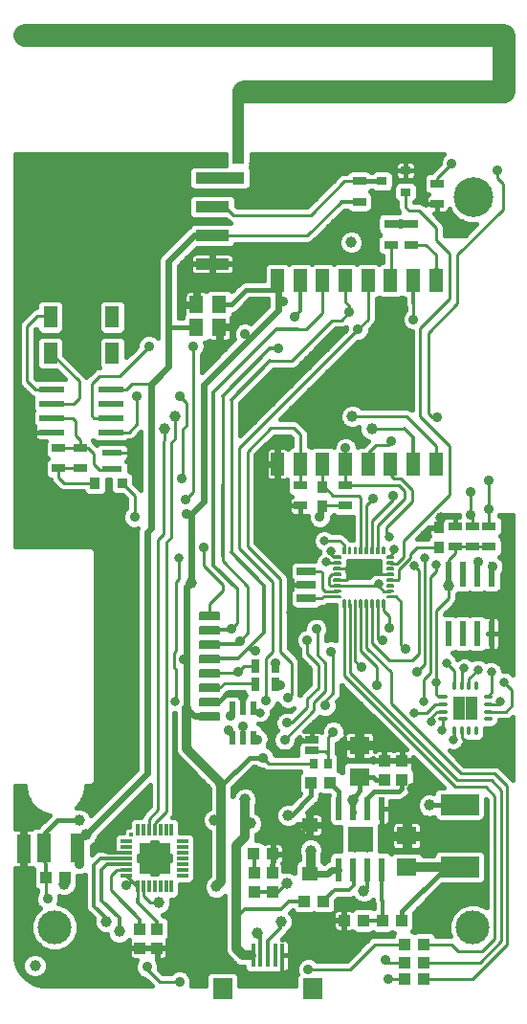
<source format=gtl>
G75*
G70*
%OFA0B0*%
%FSLAX24Y24*%
%IPPOS*%
%LPD*%
%AMOC8*
5,1,8,0,0,1.08239X$1,22.5*
%
%ADD10R,0.0472X0.0787*%
%ADD11C,0.0055*%
%ADD12R,0.0709X0.0197*%
%ADD13R,0.0315X0.0472*%
%ADD14R,0.0157X0.0787*%
%ADD15R,0.0709X0.0748*%
%ADD16R,0.0394X0.0433*%
%ADD17R,0.0394X0.0118*%
%ADD18R,0.1063X0.1063*%
%ADD19R,0.0171X0.0171*%
%ADD20R,0.0118X0.0394*%
%ADD21R,0.1181X0.0394*%
%ADD22R,0.0512X0.0630*%
%ADD23R,0.0472X0.0315*%
%ADD24R,0.0425X0.0413*%
%ADD25R,0.0500X0.1000*%
%ADD26R,0.0240X0.0870*%
%ADD27R,0.0240X0.0810*%
%ADD28R,0.0900X0.0900*%
%ADD29R,0.0579X0.0500*%
%ADD30R,0.1350X0.0720*%
%ADD31R,0.0433X0.0394*%
%ADD32R,0.0709X0.0630*%
%ADD33R,0.0354X0.0315*%
%ADD34C,0.0394*%
%ADD35R,0.0500X0.0250*%
%ADD36R,0.0276X0.0354*%
%ADD37C,0.0138*%
%ADD38R,0.0413X0.0413*%
%ADD39R,0.0870X0.0240*%
%ADD40R,0.0512X0.0748*%
%ADD41R,0.0669X0.0276*%
%ADD42C,0.0059*%
%ADD43R,0.0380X0.0400*%
%ADD44R,0.0217X0.0472*%
%ADD45R,0.0354X0.0433*%
%ADD46R,0.0354X0.0354*%
%ADD47C,0.0160*%
%ADD48C,0.0396*%
%ADD49C,0.0320*%
%ADD50C,0.0120*%
%ADD51C,0.0100*%
%ADD52C,0.0240*%
%ADD53C,0.0357*%
%ADD54C,0.0317*%
%ADD55C,0.1181*%
%ADD56C,0.1384*%
%ADD57C,0.0394*%
%ADD58C,0.0400*%
%ADD59C,0.0787*%
D10*
X022967Y026130D03*
X023755Y026130D03*
X024542Y026130D03*
X025329Y026130D03*
X026117Y026130D03*
X026904Y026130D03*
X027692Y026130D03*
X028479Y026130D03*
X028479Y032508D03*
X027692Y032508D03*
X026904Y032508D03*
X026117Y032508D03*
X025329Y032508D03*
X024542Y032508D03*
X023755Y032508D03*
X022967Y032508D03*
D11*
X020916Y020948D02*
X020916Y020726D01*
X020262Y020726D01*
X020262Y020948D01*
X020916Y020948D01*
X020916Y020780D02*
X020262Y020780D01*
X020262Y020834D02*
X020916Y020834D01*
X020916Y020888D02*
X020262Y020888D01*
X020262Y020942D02*
X020916Y020942D01*
X020916Y020448D02*
X020916Y020226D01*
X020262Y020226D01*
X020262Y020448D01*
X020916Y020448D01*
X020916Y020280D02*
X020262Y020280D01*
X020262Y020334D02*
X020916Y020334D01*
X020916Y020388D02*
X020262Y020388D01*
X020262Y020442D02*
X020916Y020442D01*
X020916Y019948D02*
X020916Y019726D01*
X020262Y019726D01*
X020262Y019948D01*
X020916Y019948D01*
X020916Y019780D02*
X020262Y019780D01*
X020262Y019834D02*
X020916Y019834D01*
X020916Y019888D02*
X020262Y019888D01*
X020262Y019942D02*
X020916Y019942D01*
X020916Y019448D02*
X020916Y019226D01*
X020262Y019226D01*
X020262Y019448D01*
X020916Y019448D01*
X020916Y019280D02*
X020262Y019280D01*
X020262Y019334D02*
X020916Y019334D01*
X020916Y019388D02*
X020262Y019388D01*
X020262Y019442D02*
X020916Y019442D01*
X020916Y018948D02*
X020916Y018726D01*
X020262Y018726D01*
X020262Y018948D01*
X020916Y018948D01*
X020916Y018780D02*
X020262Y018780D01*
X020262Y018834D02*
X020916Y018834D01*
X020916Y018888D02*
X020262Y018888D01*
X020262Y018942D02*
X020916Y018942D01*
X020916Y018448D02*
X020916Y018226D01*
X020262Y018226D01*
X020262Y018448D01*
X020916Y018448D01*
X020916Y018280D02*
X020262Y018280D01*
X020262Y018334D02*
X020916Y018334D01*
X020916Y018388D02*
X020262Y018388D01*
X020262Y018442D02*
X020916Y018442D01*
X020916Y017948D02*
X020916Y017726D01*
X020262Y017726D01*
X020262Y017948D01*
X020916Y017948D01*
X020916Y017780D02*
X020262Y017780D01*
X020262Y017834D02*
X020916Y017834D01*
X020916Y017888D02*
X020262Y017888D01*
X020262Y017942D02*
X020916Y017942D01*
X020916Y017448D02*
X020916Y017226D01*
X020262Y017226D01*
X020262Y017448D01*
X020916Y017448D01*
X020916Y017280D02*
X020262Y017280D01*
X020262Y017334D02*
X020916Y017334D01*
X020916Y017388D02*
X020262Y017388D01*
X020262Y017442D02*
X020916Y017442D01*
D12*
X017192Y025937D03*
X017188Y025937D03*
X017192Y026528D03*
X017192Y026528D03*
D13*
X022194Y019071D03*
X022179Y018439D03*
X022888Y018439D03*
X022903Y019071D03*
D14*
X022881Y009004D03*
X023136Y009004D03*
X022625Y009004D03*
X022369Y009004D03*
X022113Y009004D03*
D15*
X021050Y007843D03*
X024199Y007843D03*
D16*
X025282Y010224D03*
X024573Y010894D03*
X023904Y010894D03*
X022782Y011228D03*
X022152Y011228D03*
X022152Y011898D03*
X022782Y011898D03*
X022802Y012547D03*
X022133Y012547D03*
X018766Y009929D03*
X018176Y009929D03*
X018176Y009260D03*
X018766Y009260D03*
X015558Y011720D03*
X014888Y011720D03*
X025951Y010224D03*
X026621Y010224D03*
X027290Y010224D03*
X027408Y009398D03*
X027408Y008768D03*
X027408Y008177D03*
X028077Y008177D03*
X028077Y008768D03*
X028077Y009398D03*
X026680Y015126D03*
X026680Y015795D03*
D17*
X019672Y012980D03*
X019672Y012783D03*
X019672Y012587D03*
X019672Y012390D03*
X019672Y012193D03*
X019672Y011996D03*
X019672Y011799D03*
X017703Y011799D03*
X017703Y011996D03*
X017703Y012193D03*
X017703Y012390D03*
X017703Y012587D03*
X017703Y012783D03*
X017703Y012980D03*
D18*
X018688Y012390D03*
D19*
X017860Y013218D03*
D20*
X018097Y013374D03*
X018294Y013374D03*
X018491Y013374D03*
X018688Y013374D03*
X018885Y013374D03*
X019081Y013374D03*
X019278Y013374D03*
X019278Y011406D03*
X019081Y011406D03*
X018885Y011406D03*
X018688Y011406D03*
X018491Y011406D03*
X018294Y011406D03*
X018097Y011406D03*
D21*
X020696Y033094D03*
X020696Y034094D03*
X020696Y035094D03*
X020696Y036094D03*
D22*
X020932Y031681D03*
X020932Y030894D03*
X020144Y030894D03*
X020144Y031681D03*
D23*
X016089Y026681D03*
X016089Y025972D03*
X015341Y025972D03*
X015341Y026681D03*
X023766Y025382D03*
X023766Y024673D03*
X025341Y024673D03*
X025341Y025382D03*
X029160Y023965D03*
X029160Y023256D03*
X029751Y023256D03*
X030341Y023256D03*
X030341Y023965D03*
X029751Y023965D03*
X027625Y033768D03*
X027625Y034476D03*
X026916Y034476D03*
X026916Y033768D03*
X025814Y035264D03*
X025814Y035972D03*
X028530Y035894D03*
X028530Y035185D03*
D24*
X021601Y036100D03*
X021601Y036789D03*
D25*
X016010Y012744D03*
X014829Y012744D03*
X014114Y012733D03*
D26*
X028922Y020218D03*
X029422Y020218D03*
X029922Y020218D03*
X030422Y020218D03*
X030422Y022278D03*
X029922Y022278D03*
X029422Y022278D03*
X028922Y022278D03*
D27*
X026603Y014119D03*
X026103Y014119D03*
X025603Y014119D03*
X025103Y014119D03*
X025103Y011999D03*
X025603Y011999D03*
X026103Y011999D03*
X026603Y011999D03*
D28*
X025853Y013059D03*
D29*
X024081Y013551D03*
X024081Y011858D03*
D30*
X029318Y012087D03*
X029318Y014267D03*
D31*
X027310Y015126D03*
X027310Y015795D03*
X024810Y015028D03*
X024140Y015028D03*
D32*
X025814Y015224D03*
X025814Y016327D03*
X027467Y013177D03*
X027467Y012075D03*
D33*
X027428Y035598D03*
X027428Y036346D03*
X026601Y035972D03*
D34*
X025538Y033846D03*
X014514Y008650D03*
D35*
X024160Y016150D03*
X024160Y016504D03*
D36*
X024219Y015697D03*
X024731Y015697D03*
D37*
X028639Y017242D02*
X028815Y017242D01*
X028815Y017498D02*
X028639Y017498D01*
X028639Y017754D02*
X028815Y017754D01*
X028815Y018010D02*
X028639Y018010D01*
X029131Y018325D02*
X029131Y018501D01*
X029386Y018501D02*
X029386Y018325D01*
X029642Y018325D02*
X029642Y018501D01*
X029898Y018501D02*
X029898Y018325D01*
X030214Y018010D02*
X030390Y018010D01*
X030390Y017754D02*
X030214Y017754D01*
X030214Y017498D02*
X030390Y017498D01*
X030390Y017242D02*
X030214Y017242D01*
X029898Y016927D02*
X029898Y016751D01*
X029642Y016751D02*
X029642Y016927D01*
X029386Y016927D02*
X029386Y016751D01*
X029131Y016751D02*
X029131Y016927D01*
D38*
X029308Y017419D03*
X029721Y017419D03*
X029721Y017833D03*
X029308Y017833D03*
D39*
X017159Y027230D03*
X017159Y027730D03*
X017159Y028230D03*
X017159Y028730D03*
X015099Y028730D03*
X015099Y028230D03*
X015099Y027730D03*
X015099Y027230D03*
D40*
X015046Y029988D03*
X015046Y031248D03*
X017211Y031248D03*
X017211Y029988D03*
D41*
X023963Y022390D03*
X023963Y021917D03*
X023963Y021445D03*
D42*
X024937Y021474D02*
X025155Y021474D01*
X024937Y021474D02*
X024937Y021534D01*
X025155Y021534D01*
X025155Y021474D01*
X025155Y021532D02*
X024937Y021532D01*
X024937Y021671D02*
X025155Y021671D01*
X024937Y021671D02*
X024937Y021731D01*
X025155Y021731D01*
X025155Y021671D01*
X025155Y021729D02*
X024937Y021729D01*
X024937Y021868D02*
X025155Y021868D01*
X024937Y021868D02*
X024937Y021928D01*
X025155Y021928D01*
X025155Y021868D01*
X025155Y021926D02*
X024937Y021926D01*
X024937Y022064D02*
X025155Y022064D01*
X024937Y022064D02*
X024937Y022124D01*
X025155Y022124D01*
X025155Y022064D01*
X025155Y022122D02*
X024937Y022122D01*
X024937Y022261D02*
X025155Y022261D01*
X024937Y022261D02*
X024937Y022321D01*
X025155Y022321D01*
X025155Y022261D01*
X025155Y022319D02*
X024937Y022319D01*
X024937Y022458D02*
X025155Y022458D01*
X024937Y022458D02*
X024937Y022518D01*
X025155Y022518D01*
X025155Y022458D01*
X025155Y022516D02*
X024937Y022516D01*
X024937Y022655D02*
X025155Y022655D01*
X024937Y022655D02*
X024937Y022715D01*
X025155Y022715D01*
X025155Y022655D01*
X025155Y022713D02*
X024937Y022713D01*
X024937Y022852D02*
X025155Y022852D01*
X024937Y022852D02*
X024937Y022912D01*
X025155Y022912D01*
X025155Y022852D01*
X025155Y022910D02*
X024937Y022910D01*
X025252Y023009D02*
X025312Y023009D01*
X025252Y023009D02*
X025252Y023227D01*
X025312Y023227D01*
X025312Y023009D01*
X025312Y023067D02*
X025252Y023067D01*
X025252Y023125D02*
X025312Y023125D01*
X025312Y023183D02*
X025252Y023183D01*
X025449Y023009D02*
X025509Y023009D01*
X025449Y023009D02*
X025449Y023227D01*
X025509Y023227D01*
X025509Y023009D01*
X025509Y023067D02*
X025449Y023067D01*
X025449Y023125D02*
X025509Y023125D01*
X025509Y023183D02*
X025449Y023183D01*
X025646Y023009D02*
X025706Y023009D01*
X025646Y023009D02*
X025646Y023227D01*
X025706Y023227D01*
X025706Y023009D01*
X025706Y023067D02*
X025646Y023067D01*
X025646Y023125D02*
X025706Y023125D01*
X025706Y023183D02*
X025646Y023183D01*
X025843Y023009D02*
X025903Y023009D01*
X025843Y023009D02*
X025843Y023227D01*
X025903Y023227D01*
X025903Y023009D01*
X025903Y023067D02*
X025843Y023067D01*
X025843Y023125D02*
X025903Y023125D01*
X025903Y023183D02*
X025843Y023183D01*
X026040Y023009D02*
X026100Y023009D01*
X026040Y023009D02*
X026040Y023227D01*
X026100Y023227D01*
X026100Y023009D01*
X026100Y023067D02*
X026040Y023067D01*
X026040Y023125D02*
X026100Y023125D01*
X026100Y023183D02*
X026040Y023183D01*
X026236Y023009D02*
X026296Y023009D01*
X026236Y023009D02*
X026236Y023227D01*
X026296Y023227D01*
X026296Y023009D01*
X026296Y023067D02*
X026236Y023067D01*
X026236Y023125D02*
X026296Y023125D01*
X026296Y023183D02*
X026236Y023183D01*
X026433Y023009D02*
X026493Y023009D01*
X026433Y023009D02*
X026433Y023227D01*
X026493Y023227D01*
X026493Y023009D01*
X026493Y023067D02*
X026433Y023067D01*
X026433Y023125D02*
X026493Y023125D01*
X026493Y023183D02*
X026433Y023183D01*
X026630Y023009D02*
X026690Y023009D01*
X026630Y023009D02*
X026630Y023227D01*
X026690Y023227D01*
X026690Y023009D01*
X026690Y023067D02*
X026630Y023067D01*
X026630Y023125D02*
X026690Y023125D01*
X026690Y023183D02*
X026630Y023183D01*
X026787Y022852D02*
X027005Y022852D01*
X026787Y022852D02*
X026787Y022912D01*
X027005Y022912D01*
X027005Y022852D01*
X027005Y022910D02*
X026787Y022910D01*
X026787Y022655D02*
X027005Y022655D01*
X026787Y022655D02*
X026787Y022715D01*
X027005Y022715D01*
X027005Y022655D01*
X027005Y022713D02*
X026787Y022713D01*
X026787Y022458D02*
X027005Y022458D01*
X026787Y022458D02*
X026787Y022518D01*
X027005Y022518D01*
X027005Y022458D01*
X027005Y022516D02*
X026787Y022516D01*
X026787Y022261D02*
X027005Y022261D01*
X026787Y022261D02*
X026787Y022321D01*
X027005Y022321D01*
X027005Y022261D01*
X027005Y022319D02*
X026787Y022319D01*
X026787Y022064D02*
X027005Y022064D01*
X026787Y022064D02*
X026787Y022124D01*
X027005Y022124D01*
X027005Y022064D01*
X027005Y022122D02*
X026787Y022122D01*
X026787Y021868D02*
X027005Y021868D01*
X026787Y021868D02*
X026787Y021928D01*
X027005Y021928D01*
X027005Y021868D01*
X027005Y021926D02*
X026787Y021926D01*
X026787Y021671D02*
X027005Y021671D01*
X026787Y021671D02*
X026787Y021731D01*
X027005Y021731D01*
X027005Y021671D01*
X027005Y021729D02*
X026787Y021729D01*
X026787Y021474D02*
X027005Y021474D01*
X026787Y021474D02*
X026787Y021534D01*
X027005Y021534D01*
X027005Y021474D01*
X027005Y021532D02*
X026787Y021532D01*
X026690Y021159D02*
X026630Y021159D01*
X026630Y021377D01*
X026690Y021377D01*
X026690Y021159D01*
X026690Y021217D02*
X026630Y021217D01*
X026630Y021275D02*
X026690Y021275D01*
X026690Y021333D02*
X026630Y021333D01*
X026493Y021159D02*
X026433Y021159D01*
X026433Y021377D01*
X026493Y021377D01*
X026493Y021159D01*
X026493Y021217D02*
X026433Y021217D01*
X026433Y021275D02*
X026493Y021275D01*
X026493Y021333D02*
X026433Y021333D01*
X026296Y021159D02*
X026236Y021159D01*
X026236Y021377D01*
X026296Y021377D01*
X026296Y021159D01*
X026296Y021217D02*
X026236Y021217D01*
X026236Y021275D02*
X026296Y021275D01*
X026296Y021333D02*
X026236Y021333D01*
X026100Y021159D02*
X026040Y021159D01*
X026040Y021377D01*
X026100Y021377D01*
X026100Y021159D01*
X026100Y021217D02*
X026040Y021217D01*
X026040Y021275D02*
X026100Y021275D01*
X026100Y021333D02*
X026040Y021333D01*
X025903Y021159D02*
X025843Y021159D01*
X025843Y021377D01*
X025903Y021377D01*
X025903Y021159D01*
X025903Y021217D02*
X025843Y021217D01*
X025843Y021275D02*
X025903Y021275D01*
X025903Y021333D02*
X025843Y021333D01*
X025706Y021159D02*
X025646Y021159D01*
X025646Y021377D01*
X025706Y021377D01*
X025706Y021159D01*
X025706Y021217D02*
X025646Y021217D01*
X025646Y021275D02*
X025706Y021275D01*
X025706Y021333D02*
X025646Y021333D01*
X025509Y021159D02*
X025449Y021159D01*
X025449Y021377D01*
X025509Y021377D01*
X025509Y021159D01*
X025509Y021217D02*
X025449Y021217D01*
X025449Y021275D02*
X025509Y021275D01*
X025509Y021333D02*
X025449Y021333D01*
X025312Y021159D02*
X025252Y021159D01*
X025252Y021377D01*
X025312Y021377D01*
X025312Y021159D01*
X025312Y021217D02*
X025252Y021217D01*
X025252Y021275D02*
X025312Y021275D01*
X025312Y021333D02*
X025252Y021333D01*
D43*
X024514Y024654D03*
X024514Y025323D03*
X028609Y023906D03*
X028609Y023236D03*
D44*
X022133Y017626D03*
X021759Y017626D03*
X021385Y017626D03*
X021385Y016602D03*
X021759Y016602D03*
X022133Y016602D03*
D45*
X016601Y025461D03*
D46*
X017546Y025461D03*
D47*
X013897Y008624D02*
X014040Y008377D01*
X014242Y008175D01*
X014489Y008032D01*
X014765Y007958D01*
X014908Y007949D01*
X018585Y007949D01*
X018342Y008192D01*
X018329Y008192D01*
X018175Y008256D01*
X018057Y008373D01*
X017994Y008527D01*
X017994Y008693D01*
X018057Y008847D01*
X018073Y008863D01*
X017955Y008863D01*
X017910Y008876D01*
X017868Y008899D01*
X017835Y008933D01*
X017811Y008974D01*
X017799Y009020D01*
X017799Y009241D01*
X018157Y009241D01*
X018157Y009278D01*
X017799Y009278D01*
X017799Y009500D01*
X017810Y009542D01*
X017790Y009562D01*
X017697Y009469D01*
X017536Y009402D01*
X017361Y009402D01*
X017200Y009469D01*
X017077Y009592D01*
X017013Y009747D01*
X016908Y009747D01*
X016747Y009814D01*
X016623Y009937D01*
X016557Y010098D01*
X016557Y010272D01*
X016570Y010304D01*
X016307Y010566D01*
X016262Y010677D01*
X016262Y011828D01*
X016133Y011774D01*
X015995Y011774D01*
X015995Y011456D01*
X015958Y011368D01*
X015954Y011364D01*
X015898Y011230D01*
X015775Y011106D01*
X015614Y011040D01*
X015440Y011040D01*
X015359Y011073D01*
X015366Y011056D01*
X015366Y010889D01*
X015337Y010819D01*
X015369Y010819D01*
X015674Y010692D01*
X015908Y010459D01*
X016034Y010153D01*
X016034Y009823D01*
X015908Y009518D01*
X015674Y009284D01*
X015369Y009158D01*
X015038Y009158D01*
X014733Y009284D01*
X014499Y009518D01*
X014373Y009823D01*
X014373Y010153D01*
X014499Y010459D01*
X014684Y010644D01*
X014593Y010735D01*
X014529Y010889D01*
X014529Y011056D01*
X014593Y011209D01*
X014598Y011215D01*
X014598Y011283D01*
X014556Y011300D01*
X014488Y011368D01*
X014452Y011456D01*
X014452Y011985D01*
X014470Y012030D01*
X014443Y012041D01*
X014422Y012062D01*
X014388Y012053D01*
X014159Y012053D01*
X014159Y012688D01*
X014069Y012688D01*
X014069Y012053D01*
X013840Y012053D01*
X013813Y012061D01*
X013813Y009043D01*
X013823Y008900D01*
X013897Y008624D01*
X013923Y008578D02*
X014078Y008578D01*
X014078Y008563D02*
X014144Y008402D01*
X014267Y008279D01*
X014428Y008213D01*
X014601Y008213D01*
X014762Y008279D01*
X014885Y008402D01*
X014951Y008563D01*
X014951Y008737D01*
X018011Y008737D01*
X017994Y008578D02*
X014951Y008578D01*
X014951Y008737D02*
X014885Y008897D01*
X014762Y009020D01*
X014601Y009086D01*
X014428Y009086D01*
X014267Y009020D01*
X014144Y008897D01*
X014078Y008737D01*
X013867Y008737D01*
X013824Y008895D02*
X014143Y008895D01*
X014078Y008737D02*
X014078Y008563D01*
X014137Y008420D02*
X014015Y008420D01*
X014155Y008261D02*
X014311Y008261D01*
X014367Y008103D02*
X018431Y008103D01*
X018170Y008261D02*
X014718Y008261D01*
X014892Y008420D02*
X018038Y008420D01*
X017876Y008895D02*
X014886Y008895D01*
X014681Y009054D02*
X017799Y009054D01*
X017799Y009212D02*
X015500Y009212D01*
X015760Y009371D02*
X017799Y009371D01*
X017807Y009529D02*
X017757Y009529D01*
X018194Y009278D02*
X018553Y009278D01*
X018748Y009278D01*
X018748Y009241D01*
X018748Y008866D01*
X018767Y008847D01*
X018830Y008693D01*
X018830Y008527D01*
X018829Y008524D01*
X018965Y008388D01*
X019252Y008388D01*
X019317Y008453D01*
X019471Y008517D01*
X019637Y008517D01*
X019791Y008453D01*
X019909Y008335D01*
X019972Y008182D01*
X019972Y008015D01*
X019945Y007949D01*
X020456Y007949D01*
X020456Y008264D01*
X020492Y008352D01*
X020560Y008420D01*
X020648Y008457D01*
X021452Y008457D01*
X021540Y008420D01*
X021608Y008352D01*
X021644Y008264D01*
X021644Y007949D01*
X023605Y007949D01*
X023605Y008264D01*
X023642Y008352D01*
X023657Y008368D01*
X023624Y008448D01*
X023624Y008615D01*
X023687Y008769D01*
X023805Y008886D01*
X023959Y008950D01*
X024125Y008950D01*
X024279Y008886D01*
X024344Y008821D01*
X025379Y008821D01*
X026201Y009643D01*
X026307Y009688D01*
X026982Y009688D01*
X027008Y009750D01*
X027031Y009774D01*
X026957Y009804D01*
X026955Y009806D01*
X026954Y009804D01*
X026865Y009768D01*
X026376Y009768D01*
X026288Y009804D01*
X026286Y009806D01*
X026284Y009804D01*
X026196Y009768D01*
X025707Y009768D01*
X025619Y009804D01*
X025570Y009853D01*
X025548Y009840D01*
X025503Y009828D01*
X025301Y009828D01*
X025301Y010206D01*
X025264Y010206D01*
X025264Y009828D01*
X025062Y009828D01*
X025016Y009840D01*
X024975Y009864D01*
X024941Y009897D01*
X024918Y009938D01*
X024905Y009984D01*
X024905Y010206D01*
X025264Y010206D01*
X025264Y010243D01*
X025264Y010621D01*
X025062Y010621D01*
X025016Y010609D01*
X024997Y010598D01*
X025010Y010629D01*
X025010Y010926D01*
X025072Y010987D01*
X025519Y010987D01*
X025591Y011017D01*
X025598Y010998D01*
X025722Y010875D01*
X025883Y010808D01*
X026057Y010808D01*
X026218Y010875D01*
X026301Y010958D01*
X026301Y010873D01*
X026321Y010826D01*
X026321Y010658D01*
X026288Y010644D01*
X026286Y010643D01*
X026284Y010644D01*
X026196Y010681D01*
X025707Y010681D01*
X025619Y010644D01*
X025570Y010596D01*
X025548Y010609D01*
X025503Y010621D01*
X025301Y010621D01*
X025301Y010243D01*
X025264Y010243D01*
X024905Y010243D01*
X024905Y010465D01*
X024908Y010476D01*
X024906Y010474D01*
X024818Y010437D01*
X024329Y010437D01*
X024241Y010474D01*
X024239Y010476D01*
X024237Y010474D01*
X024149Y010437D01*
X023660Y010437D01*
X023571Y010474D01*
X023504Y010541D01*
X023486Y010583D01*
X023402Y010499D01*
X023469Y010433D01*
X023535Y010272D01*
X023535Y010098D01*
X023469Y009937D01*
X023345Y009814D01*
X023323Y009804D01*
X023312Y009779D01*
X023228Y009694D01*
X023115Y009582D01*
X023119Y009578D01*
X023136Y009578D01*
X023136Y009560D01*
X023136Y009560D01*
X023136Y009578D01*
X023239Y009578D01*
X023285Y009565D01*
X023326Y009542D01*
X023359Y009508D01*
X023383Y009467D01*
X023395Y009421D01*
X023395Y009004D01*
X023199Y009004D01*
X023199Y009004D01*
X023395Y009004D01*
X023395Y008587D01*
X023383Y008541D01*
X023359Y008500D01*
X023326Y008466D01*
X023285Y008443D01*
X023239Y008430D01*
X023136Y008430D01*
X023136Y008448D01*
X023136Y008448D01*
X023136Y008430D01*
X023119Y008430D01*
X023095Y008407D01*
X023007Y008370D01*
X022754Y008370D01*
X022753Y008371D01*
X022751Y008370D01*
X022498Y008370D01*
X022497Y008371D01*
X022495Y008370D01*
X022242Y008370D01*
X022241Y008371D01*
X022239Y008370D01*
X021986Y008370D01*
X021898Y008407D01*
X021831Y008474D01*
X021794Y008562D01*
X021794Y008604D01*
X021679Y008604D01*
X021532Y008665D01*
X021183Y009014D01*
X021122Y009161D01*
X021122Y011080D01*
X021074Y011032D01*
X020913Y010965D01*
X020738Y010965D01*
X020577Y011032D01*
X020454Y011155D01*
X020387Y011316D01*
X020387Y011490D01*
X020454Y011651D01*
X020577Y011774D01*
X020610Y011788D01*
X020610Y013322D01*
X020526Y013357D01*
X020403Y013480D01*
X020336Y013641D01*
X020336Y013815D01*
X020403Y013977D01*
X020526Y014100D01*
X020610Y014135D01*
X020610Y014823D01*
X019563Y015870D01*
X019563Y015870D01*
X019451Y015982D01*
X019390Y016129D01*
X019390Y017463D01*
X019371Y017463D01*
X019371Y013946D01*
X019327Y013840D01*
X019298Y013811D01*
X019385Y013811D01*
X019473Y013774D01*
X019541Y013707D01*
X019577Y013619D01*
X019577Y013279D01*
X019917Y013279D01*
X020005Y013243D01*
X020072Y013175D01*
X020109Y013087D01*
X020109Y011692D01*
X020072Y011604D01*
X020005Y011537D01*
X019917Y011500D01*
X019577Y011500D01*
X019577Y011161D01*
X019541Y011073D01*
X019473Y011005D01*
X019385Y010969D01*
X019263Y010969D01*
X019277Y010935D01*
X019277Y010761D01*
X019210Y010600D01*
X019087Y010476D01*
X018954Y010421D01*
X018990Y010386D01*
X019011Y010386D01*
X019099Y010349D01*
X019167Y010282D01*
X019203Y010193D01*
X019203Y009665D01*
X019167Y009577D01*
X019132Y009542D01*
X019143Y009500D01*
X019143Y009278D01*
X018785Y009278D01*
X018785Y009241D01*
X018785Y008863D01*
X018987Y008863D01*
X019033Y008876D01*
X019074Y008899D01*
X019107Y008933D01*
X019131Y008974D01*
X019143Y009020D01*
X019143Y009241D01*
X018785Y009241D01*
X018748Y009241D01*
X018194Y009241D01*
X018194Y009278D01*
X018748Y009212D02*
X018785Y009212D01*
X018785Y009054D02*
X018748Y009054D01*
X018748Y008895D02*
X018785Y008895D01*
X018813Y008737D02*
X021460Y008737D01*
X021302Y008895D02*
X019066Y008895D01*
X019143Y009054D02*
X021167Y009054D01*
X021122Y009212D02*
X019143Y009212D01*
X019143Y009371D02*
X021122Y009371D01*
X021122Y009529D02*
X019136Y009529D01*
X019203Y009688D02*
X021122Y009688D01*
X021122Y009846D02*
X019203Y009846D01*
X019203Y010005D02*
X021122Y010005D01*
X021122Y010163D02*
X019203Y010163D01*
X019127Y010322D02*
X021122Y010322D01*
X021122Y010480D02*
X019091Y010480D01*
X019227Y010639D02*
X021122Y010639D01*
X021122Y010797D02*
X019277Y010797D01*
X019269Y010956D02*
X021122Y010956D01*
X020495Y011114D02*
X019558Y011114D01*
X019577Y011273D02*
X020405Y011273D01*
X020387Y011431D02*
X019577Y011431D01*
X020058Y011590D02*
X020429Y011590D01*
X020551Y011748D02*
X020109Y011748D01*
X020109Y011907D02*
X020610Y011907D01*
X020610Y012065D02*
X020109Y012065D01*
X020109Y012224D02*
X020610Y012224D01*
X020610Y012382D02*
X020109Y012382D01*
X020109Y012541D02*
X020610Y012541D01*
X020610Y012699D02*
X020109Y012699D01*
X020109Y012858D02*
X020610Y012858D01*
X020610Y013016D02*
X020109Y013016D01*
X020073Y013175D02*
X020610Y013175D01*
X020584Y013333D02*
X019577Y013333D01*
X019577Y013492D02*
X020398Y013492D01*
X020336Y013650D02*
X019564Y013650D01*
X019391Y013809D02*
X020336Y013809D01*
X020399Y013967D02*
X019371Y013967D01*
X019371Y014126D02*
X020588Y014126D01*
X020610Y014284D02*
X019371Y014284D01*
X019371Y014443D02*
X020610Y014443D01*
X020610Y014601D02*
X019371Y014601D01*
X019371Y014760D02*
X020610Y014760D01*
X020515Y014918D02*
X019371Y014918D01*
X019371Y015077D02*
X020356Y015077D01*
X020198Y015235D02*
X019371Y015235D01*
X019371Y015394D02*
X020039Y015394D01*
X019881Y015552D02*
X019371Y015552D01*
X019371Y015711D02*
X019722Y015711D01*
X019564Y015869D02*
X019371Y015869D01*
X019371Y016028D02*
X019432Y016028D01*
X019390Y016186D02*
X019371Y016186D01*
X019371Y016345D02*
X019390Y016345D01*
X019390Y016503D02*
X019371Y016503D01*
X019371Y016662D02*
X019390Y016662D01*
X019390Y016820D02*
X019371Y016820D01*
X019371Y016979D02*
X019390Y016979D01*
X019390Y017137D02*
X019371Y017137D01*
X019371Y017296D02*
X019390Y017296D01*
X019390Y017454D02*
X019371Y017454D01*
X020603Y017823D02*
X020892Y017823D01*
X021247Y018177D01*
X021640Y018177D01*
X021759Y018059D01*
X021759Y018042D02*
X021652Y018042D01*
X021629Y018066D01*
X021541Y018102D01*
X021229Y018102D01*
X021140Y018066D01*
X021107Y018032D01*
X021104Y018036D01*
X021143Y018075D01*
X021158Y018111D01*
X021249Y018202D01*
X021782Y018202D01*
X021782Y018155D01*
X021818Y018066D01*
X021842Y018042D01*
X021759Y018042D01*
X021759Y017626D01*
X021759Y017626D01*
X021759Y018042D01*
X021809Y018088D02*
X021575Y018088D01*
X021759Y017930D02*
X021759Y017930D01*
X021759Y017771D02*
X021759Y017771D01*
X021194Y018088D02*
X021148Y018088D01*
X022310Y017070D02*
X022428Y017070D01*
X022575Y017130D01*
X022687Y017243D01*
X022748Y017389D01*
X022748Y017532D01*
X022783Y017547D01*
X022901Y017665D01*
X022956Y017798D01*
X022979Y017743D01*
X023096Y017626D01*
X023250Y017562D01*
X023417Y017562D01*
X023540Y017613D01*
X023436Y017508D01*
X023377Y017533D01*
X023211Y017533D01*
X023057Y017469D01*
X022939Y017351D01*
X022876Y017197D01*
X022876Y017031D01*
X022939Y016877D01*
X022958Y016858D01*
X022860Y016761D01*
X022797Y016607D01*
X022797Y016440D01*
X022860Y016287D01*
X022978Y016169D01*
X023132Y016105D01*
X023298Y016105D01*
X023452Y016169D01*
X023570Y016287D01*
X023634Y016440D01*
X023634Y016532D01*
X023730Y016628D01*
X023730Y016504D01*
X023837Y016504D01*
X023837Y016504D01*
X023730Y016504D01*
X023730Y016434D01*
X023707Y016411D01*
X023670Y016322D01*
X023670Y015987D01*
X022882Y015987D01*
X022822Y016131D01*
X022704Y016248D01*
X022621Y016283D01*
X022625Y016287D01*
X022689Y016440D01*
X022689Y016607D01*
X022625Y016761D01*
X022507Y016878D01*
X022479Y016890D01*
X022444Y016975D01*
X022377Y017042D01*
X022310Y017070D01*
X022440Y016979D02*
X022897Y016979D01*
X022876Y017137D02*
X022581Y017137D01*
X022709Y017296D02*
X022916Y017296D01*
X023042Y017454D02*
X022748Y017454D01*
X022849Y017613D02*
X023128Y017613D01*
X022967Y017771D02*
X022945Y017771D01*
X023539Y017613D02*
X023540Y017613D01*
X023746Y018078D02*
X023741Y018088D01*
X023742Y018088D02*
X023750Y018088D01*
X023741Y018088D02*
X023741Y019258D01*
X023697Y019365D01*
X023616Y019447D01*
X023348Y019715D01*
X023348Y022172D01*
X023304Y022278D01*
X023222Y022360D01*
X022206Y023376D01*
X022206Y026443D01*
X022863Y027100D01*
X023410Y027100D01*
X023476Y027033D01*
X023476Y026764D01*
X023471Y026764D01*
X023382Y026727D01*
X023318Y026663D01*
X023314Y026668D01*
X023273Y026691D01*
X023227Y026704D01*
X023005Y026704D01*
X023005Y026168D01*
X022929Y026168D01*
X022929Y026092D01*
X022551Y026092D01*
X022551Y025713D01*
X022563Y025667D01*
X022587Y025626D01*
X022620Y025592D01*
X022661Y025568D01*
X022707Y025556D01*
X022929Y025556D01*
X022929Y026092D01*
X023005Y026092D01*
X023005Y025556D01*
X023227Y025556D01*
X023273Y025568D01*
X023290Y025578D01*
X023290Y025177D01*
X023327Y025088D01*
X023394Y025021D01*
X023456Y024996D01*
X023420Y024975D01*
X023386Y024941D01*
X023362Y024900D01*
X023350Y024854D01*
X023350Y024673D01*
X023350Y024492D01*
X023362Y024446D01*
X023386Y024405D01*
X023420Y024372D01*
X023461Y024348D01*
X023506Y024336D01*
X023766Y024336D01*
X023766Y024673D01*
X023350Y024673D01*
X023766Y024673D01*
X023766Y024673D01*
X023766Y024673D01*
X023766Y024336D01*
X024017Y024336D01*
X024017Y024196D01*
X024081Y024043D01*
X024199Y023925D01*
X024352Y023861D01*
X024519Y023861D01*
X024673Y023925D01*
X024790Y024043D01*
X024854Y024196D01*
X024854Y024264D01*
X024908Y024318D01*
X024924Y024357D01*
X024969Y024312D01*
X025057Y024276D01*
X025583Y024276D01*
X025583Y023492D01*
X025577Y023490D01*
X025562Y023496D01*
X025511Y023496D01*
X025390Y023617D01*
X025309Y023699D01*
X025202Y023743D01*
X024867Y023743D01*
X024819Y023791D01*
X024672Y023851D01*
X024514Y023851D01*
X024367Y023791D01*
X024255Y023679D01*
X024194Y023532D01*
X024194Y023373D01*
X024255Y023227D01*
X024367Y023115D01*
X024431Y023088D01*
X024431Y023027D01*
X024334Y022931D01*
X024273Y022784D01*
X024273Y022768D01*
X023581Y022768D01*
X023493Y022731D01*
X023425Y022664D01*
X023389Y022575D01*
X023389Y022204D01*
X023425Y022116D01*
X023452Y022090D01*
X023449Y022079D01*
X023449Y021917D01*
X023449Y021756D01*
X023452Y021745D01*
X023425Y021719D01*
X023389Y021630D01*
X023389Y021259D01*
X023425Y021171D01*
X023493Y021104D01*
X023581Y021067D01*
X024346Y021067D01*
X024434Y021104D01*
X024485Y021155D01*
X024572Y021155D01*
X024679Y021199D01*
X024694Y021214D01*
X024862Y021214D01*
X024884Y021205D01*
X024983Y021205D01*
X024983Y021106D01*
X024992Y021084D01*
X024992Y019980D01*
X024913Y020013D01*
X024746Y020013D01*
X024647Y019972D01*
X024647Y020120D01*
X024672Y020145D01*
X024736Y020299D01*
X024736Y020465D01*
X024672Y020619D01*
X024555Y020737D01*
X024401Y020800D01*
X024234Y020800D01*
X024081Y020737D01*
X023963Y020619D01*
X023899Y020465D01*
X023899Y020398D01*
X023766Y020343D01*
X023648Y020225D01*
X023584Y020071D01*
X023584Y019905D01*
X023648Y019751D01*
X023713Y019686D01*
X023713Y019458D01*
X023757Y019351D01*
X023838Y019270D01*
X024106Y019002D01*
X024106Y018455D01*
X023838Y018187D01*
X023757Y018105D01*
X023746Y018078D01*
X023741Y018247D02*
X023898Y018247D01*
X023741Y018405D02*
X024057Y018405D01*
X024106Y018564D02*
X023741Y018564D01*
X023741Y018722D02*
X024106Y018722D01*
X024106Y018881D02*
X023741Y018881D01*
X023741Y019039D02*
X024069Y019039D01*
X023911Y019198D02*
X023741Y019198D01*
X023755Y019356D02*
X023701Y019356D01*
X023616Y019447D02*
X023616Y019447D01*
X023548Y019515D02*
X023713Y019515D01*
X023713Y019673D02*
X023389Y019673D01*
X023348Y019832D02*
X023615Y019832D01*
X023584Y019990D02*
X023348Y019990D01*
X023348Y020149D02*
X023616Y020149D01*
X023730Y020307D02*
X023348Y020307D01*
X023348Y020466D02*
X023899Y020466D01*
X023968Y020624D02*
X023348Y020624D01*
X023348Y020783D02*
X024191Y020783D01*
X024444Y020783D02*
X024992Y020783D01*
X024992Y020941D02*
X023348Y020941D01*
X023348Y021100D02*
X023503Y021100D01*
X023389Y021258D02*
X023348Y021258D01*
X023348Y021417D02*
X023389Y021417D01*
X023389Y021575D02*
X023348Y021575D01*
X023348Y021734D02*
X023440Y021734D01*
X023449Y021892D02*
X023348Y021892D01*
X023449Y021917D02*
X023963Y021917D01*
X023963Y021917D01*
X023449Y021917D01*
X023449Y022051D02*
X023348Y022051D01*
X023332Y022209D02*
X023389Y022209D01*
X023389Y022368D02*
X023215Y022368D01*
X023056Y022526D02*
X023389Y022526D01*
X023446Y022685D02*
X022898Y022685D01*
X022739Y022843D02*
X024298Y022843D01*
X024405Y023002D02*
X022581Y023002D01*
X022422Y023160D02*
X024322Y023160D01*
X024217Y023319D02*
X022264Y023319D01*
X022206Y023477D02*
X024194Y023477D01*
X024237Y023636D02*
X022206Y023636D01*
X022206Y023794D02*
X024375Y023794D01*
X024171Y023953D02*
X022206Y023953D01*
X022206Y024111D02*
X024053Y024111D01*
X024017Y024270D02*
X022206Y024270D01*
X022206Y024428D02*
X023373Y024428D01*
X023350Y024587D02*
X022206Y024587D01*
X022206Y024745D02*
X023350Y024745D01*
X023364Y024904D02*
X022206Y024904D01*
X022206Y025062D02*
X023353Y025062D01*
X023290Y025221D02*
X022206Y025221D01*
X022206Y025379D02*
X023290Y025379D01*
X023290Y025538D02*
X022206Y025538D01*
X022206Y025696D02*
X022555Y025696D01*
X022551Y025855D02*
X022206Y025855D01*
X022206Y026013D02*
X022551Y026013D01*
X022551Y026168D02*
X022929Y026168D01*
X022929Y026704D01*
X022707Y026704D01*
X022661Y026691D01*
X022620Y026668D01*
X022587Y026634D01*
X022563Y026593D01*
X022551Y026547D01*
X022551Y026168D01*
X022551Y026172D02*
X022206Y026172D01*
X022206Y026330D02*
X022551Y026330D01*
X022551Y026489D02*
X022252Y026489D01*
X022410Y026647D02*
X022600Y026647D01*
X022569Y026806D02*
X023476Y026806D01*
X023476Y026964D02*
X022727Y026964D01*
X022929Y026647D02*
X023005Y026647D01*
X023005Y026489D02*
X022929Y026489D01*
X022929Y026330D02*
X023005Y026330D01*
X023005Y026172D02*
X022929Y026172D01*
X022929Y026013D02*
X023005Y026013D01*
X023005Y025855D02*
X022929Y025855D01*
X022929Y025696D02*
X023005Y025696D01*
X023766Y024587D02*
X023766Y024587D01*
X023766Y024428D02*
X023766Y024428D01*
X024700Y023953D02*
X025583Y023953D01*
X025583Y024111D02*
X024819Y024111D01*
X024860Y024270D02*
X025583Y024270D01*
X025583Y023794D02*
X024811Y023794D01*
X025372Y023636D02*
X025583Y023636D01*
X025577Y022747D02*
X025593Y022740D01*
X025759Y022740D01*
X025774Y022747D01*
X025790Y022740D01*
X025956Y022740D01*
X025971Y022747D01*
X025986Y022740D01*
X026153Y022740D01*
X026168Y022747D01*
X026183Y022740D01*
X026350Y022740D01*
X026365Y022747D01*
X026380Y022740D01*
X026519Y022740D01*
X026519Y022602D01*
X026525Y022587D01*
X026519Y022571D01*
X026519Y022405D01*
X026539Y022355D01*
X026404Y022355D01*
X026257Y022295D01*
X026150Y022188D01*
X025415Y022188D01*
X025424Y022208D01*
X025424Y022374D01*
X025383Y022474D01*
X025368Y022488D01*
X025383Y022503D01*
X025424Y022602D01*
X025424Y022740D01*
X025562Y022740D01*
X025577Y022747D01*
X025424Y022685D02*
X026519Y022685D01*
X026519Y022526D02*
X025392Y022526D01*
X025424Y022368D02*
X026534Y022368D01*
X026171Y022209D02*
X025424Y022209D01*
X024986Y021100D02*
X024424Y021100D01*
X024667Y020624D02*
X024992Y020624D01*
X024992Y020466D02*
X024736Y020466D01*
X024736Y020307D02*
X024992Y020307D01*
X024992Y020149D02*
X024674Y020149D01*
X024691Y019990D02*
X024647Y019990D01*
X024968Y019990D02*
X024992Y019990D01*
X025198Y018422D02*
X027448Y016172D01*
X027328Y016172D01*
X027328Y015814D01*
X027291Y015814D01*
X027291Y016172D01*
X027069Y016172D01*
X027024Y016160D01*
X026998Y016145D01*
X026987Y016156D01*
X026946Y016180D01*
X026900Y016192D01*
X026698Y016192D01*
X026698Y015814D01*
X026661Y015814D01*
X026661Y015777D01*
X026303Y015777D01*
X026303Y015743D01*
X026216Y015779D01*
X025412Y015779D01*
X025323Y015743D01*
X025256Y015675D01*
X025219Y015587D01*
X025219Y015371D01*
X025162Y015428D01*
X025101Y015453D01*
X025109Y015472D01*
X025109Y015922D01*
X025072Y016010D01*
X025021Y016061D01*
X025021Y016393D01*
X025145Y016444D01*
X025263Y016562D01*
X025279Y016602D01*
X025279Y016404D01*
X025736Y016404D01*
X025736Y016249D01*
X025891Y016249D01*
X025891Y015832D01*
X026192Y015832D01*
X026237Y015844D01*
X026279Y015868D01*
X026303Y015892D01*
X026303Y015814D01*
X026661Y015814D01*
X026661Y016192D01*
X026459Y016192D01*
X026413Y016180D01*
X026372Y016156D01*
X026348Y016131D01*
X026348Y016249D01*
X025891Y016249D01*
X025891Y016404D01*
X026348Y016404D01*
X026348Y016665D01*
X026336Y016711D01*
X026312Y016752D01*
X026279Y016786D01*
X026237Y016809D01*
X026192Y016822D01*
X025891Y016822D01*
X025891Y016404D01*
X025736Y016404D01*
X025736Y016822D01*
X025436Y016822D01*
X025390Y016809D01*
X025349Y016786D01*
X025327Y016764D01*
X025327Y016882D01*
X025263Y017036D01*
X025145Y017154D01*
X024991Y017218D01*
X024825Y017218D01*
X024671Y017154D01*
X024553Y017036D01*
X024490Y016882D01*
X024490Y016791D01*
X024490Y016791D01*
X024480Y016797D01*
X024434Y016809D01*
X024160Y016809D01*
X023911Y016809D01*
X024435Y017334D01*
X024549Y017286D01*
X024716Y017286D01*
X024870Y017350D01*
X024987Y017468D01*
X025051Y017621D01*
X025051Y017788D01*
X025027Y017846D01*
X025072Y017892D01*
X025072Y017892D01*
X025154Y017974D01*
X025198Y018080D01*
X025198Y018422D01*
X025198Y018405D02*
X025215Y018405D01*
X025198Y018247D02*
X025374Y018247D01*
X025532Y018088D02*
X025198Y018088D01*
X025110Y017930D02*
X025691Y017930D01*
X025849Y017771D02*
X025051Y017771D01*
X025047Y017613D02*
X026008Y017613D01*
X026166Y017454D02*
X024974Y017454D01*
X024738Y017296D02*
X026325Y017296D01*
X026483Y017137D02*
X025162Y017137D01*
X025287Y016979D02*
X026642Y016979D01*
X026800Y016820D02*
X026198Y016820D01*
X026348Y016662D02*
X026959Y016662D01*
X027117Y016503D02*
X026348Y016503D01*
X026348Y016186D02*
X026438Y016186D01*
X026661Y016186D02*
X026698Y016186D01*
X026698Y016028D02*
X026661Y016028D01*
X026661Y015869D02*
X026698Y015869D01*
X026698Y015814D02*
X027057Y015814D01*
X027291Y015814D01*
X027291Y015777D01*
X026698Y015777D01*
X026698Y015814D01*
X026303Y015869D02*
X026280Y015869D01*
X025891Y015869D02*
X025736Y015869D01*
X025736Y015832D02*
X025736Y016249D01*
X025279Y016249D01*
X025279Y015988D01*
X025292Y015942D01*
X025315Y015901D01*
X025349Y015868D01*
X025390Y015844D01*
X025436Y015832D01*
X025736Y015832D01*
X025736Y016028D02*
X025891Y016028D01*
X025891Y016186D02*
X025736Y016186D01*
X025736Y016345D02*
X025021Y016345D01*
X025021Y016186D02*
X025279Y016186D01*
X025279Y016028D02*
X025055Y016028D01*
X025109Y015869D02*
X025348Y015869D01*
X025291Y015711D02*
X025109Y015711D01*
X025109Y015552D02*
X025219Y015552D01*
X025219Y015394D02*
X025197Y015394D01*
X024810Y015028D02*
X025103Y014734D01*
X025103Y014119D01*
X024743Y014126D02*
X024144Y014126D01*
X024126Y013981D02*
X024126Y013596D01*
X024036Y013596D01*
X024036Y013506D01*
X023612Y013506D01*
X023612Y013277D01*
X023624Y013232D01*
X023648Y013191D01*
X023681Y013157D01*
X023723Y013133D01*
X023768Y013121D01*
X024036Y013121D01*
X024036Y013506D01*
X024126Y013506D01*
X024126Y013121D01*
X024394Y013121D01*
X024440Y013133D01*
X024481Y013157D01*
X024515Y013191D01*
X024538Y013232D01*
X024551Y013277D01*
X024551Y013506D01*
X024126Y013506D01*
X024126Y013596D01*
X024551Y013596D01*
X024551Y013825D01*
X024538Y013871D01*
X024515Y013912D01*
X024481Y013945D01*
X024440Y013969D01*
X024394Y013981D01*
X024126Y013981D01*
X024126Y013967D02*
X024036Y013967D01*
X024036Y013981D02*
X023999Y013981D01*
X024412Y014394D01*
X024460Y014511D01*
X024460Y014614D01*
X024475Y014620D01*
X024545Y014591D01*
X024751Y014591D01*
X024743Y014572D01*
X024743Y013666D01*
X024780Y013578D01*
X024847Y013511D01*
X024935Y013474D01*
X025163Y013474D01*
X025163Y012644D01*
X024935Y012644D01*
X024847Y012608D01*
X024780Y012540D01*
X024743Y012452D01*
X024743Y012335D01*
X024668Y012304D01*
X024584Y012220D01*
X024574Y012244D01*
X024521Y012298D01*
X024521Y012486D01*
X024559Y012578D01*
X024559Y012753D01*
X024492Y012914D01*
X024369Y013037D01*
X024208Y013103D01*
X024034Y013103D01*
X023873Y013037D01*
X023749Y012914D01*
X023683Y012753D01*
X023683Y012578D01*
X023721Y012486D01*
X023721Y012339D01*
X023656Y012312D01*
X023589Y012244D01*
X023552Y012156D01*
X023552Y011885D01*
X023542Y011895D01*
X023381Y011962D01*
X023207Y011962D01*
X023159Y011942D01*
X023159Y012138D01*
X023147Y012184D01*
X023132Y012209D01*
X023143Y012220D01*
X023166Y012261D01*
X023179Y012307D01*
X023179Y012529D01*
X022820Y012529D01*
X022820Y012294D01*
X022801Y012294D01*
X022801Y011916D01*
X022764Y011916D01*
X022764Y012151D01*
X022783Y012151D01*
X022783Y012529D01*
X022820Y012529D01*
X022820Y012566D01*
X022783Y012566D01*
X022783Y012944D01*
X022581Y012944D01*
X022536Y012932D01*
X022514Y012919D01*
X022465Y012967D01*
X022377Y013004D01*
X022215Y013004D01*
X022237Y013058D01*
X022237Y013220D01*
X022282Y013239D01*
X022406Y013362D01*
X022472Y013523D01*
X022472Y013697D01*
X022406Y013858D01*
X022282Y013982D01*
X022237Y014000D01*
X022237Y014258D01*
X022275Y014350D01*
X022275Y014524D01*
X022209Y014685D01*
X022085Y014808D01*
X021924Y014875D01*
X021750Y014875D01*
X021589Y014808D01*
X021466Y014685D01*
X021410Y014552D01*
X021410Y014857D01*
X022127Y015574D01*
X022195Y015574D01*
X022230Y015539D01*
X022384Y015475D01*
X022475Y015475D01*
X022500Y015451D01*
X022606Y015407D01*
X023767Y015407D01*
X023720Y015360D01*
X023684Y015272D01*
X023684Y014783D01*
X023720Y014695D01*
X023764Y014651D01*
X023432Y014319D01*
X023420Y014324D01*
X023246Y014324D01*
X023085Y014257D01*
X022962Y014134D01*
X022895Y013973D01*
X022895Y013799D01*
X022962Y013638D01*
X023085Y013514D01*
X023246Y013448D01*
X023420Y013448D01*
X023582Y013514D01*
X023663Y013596D01*
X024036Y013596D01*
X024036Y013981D01*
X024036Y013809D02*
X024126Y013809D01*
X024126Y013650D02*
X024036Y013650D01*
X024036Y013492D02*
X024126Y013492D01*
X024126Y013333D02*
X024036Y013333D01*
X024036Y013175D02*
X024126Y013175D01*
X024390Y013016D02*
X025163Y013016D01*
X025163Y012858D02*
X024515Y012858D01*
X024559Y012699D02*
X025163Y012699D01*
X024780Y012541D02*
X024543Y012541D01*
X024521Y012382D02*
X024743Y012382D01*
X024587Y012224D02*
X024583Y012224D01*
X024098Y011842D02*
X024081Y011858D01*
X023721Y012382D02*
X023179Y012382D01*
X023145Y012224D02*
X023580Y012224D01*
X023552Y012065D02*
X023159Y012065D01*
X022801Y012065D02*
X022764Y012065D01*
X022783Y012224D02*
X022801Y012224D01*
X022783Y012382D02*
X022820Y012382D01*
X022820Y012541D02*
X023698Y012541D01*
X023683Y012699D02*
X023179Y012699D01*
X023179Y012787D02*
X023179Y012566D01*
X022820Y012566D01*
X022820Y012944D01*
X023022Y012944D01*
X023068Y012932D01*
X023109Y012908D01*
X023143Y012874D01*
X023166Y012833D01*
X023179Y012787D01*
X023152Y012858D02*
X023726Y012858D01*
X023852Y013016D02*
X022220Y013016D01*
X022237Y013175D02*
X023664Y013175D01*
X023612Y013333D02*
X022376Y013333D01*
X022459Y013492D02*
X023140Y013492D01*
X022957Y013650D02*
X022472Y013650D01*
X022426Y013809D02*
X022895Y013809D01*
X022895Y013967D02*
X022297Y013967D01*
X022237Y014126D02*
X022958Y014126D01*
X023150Y014284D02*
X022248Y014284D01*
X022275Y014443D02*
X023556Y014443D01*
X023714Y014601D02*
X022244Y014601D01*
X022134Y014760D02*
X023694Y014760D01*
X023684Y014918D02*
X021472Y014918D01*
X021410Y014760D02*
X021540Y014760D01*
X021431Y014601D02*
X021410Y014601D01*
X021010Y014909D02*
X021995Y015894D01*
X022467Y015894D01*
X022767Y016186D02*
X022961Y016186D01*
X022900Y016169D02*
X022743Y016327D01*
X022743Y016366D01*
X022649Y016345D02*
X022837Y016345D01*
X022797Y016503D02*
X022689Y016503D01*
X022666Y016662D02*
X022819Y016662D01*
X022920Y016820D02*
X022566Y016820D01*
X022865Y016028D02*
X023670Y016028D01*
X023670Y016186D02*
X023469Y016186D01*
X023594Y016345D02*
X023679Y016345D01*
X023727Y016484D02*
X024140Y016484D01*
X024160Y016515D02*
X024160Y016809D01*
X024160Y016515D01*
X024160Y016515D01*
X024160Y016662D02*
X024160Y016662D01*
X023922Y016820D02*
X024490Y016820D01*
X024530Y016979D02*
X024080Y016979D01*
X024239Y017137D02*
X024654Y017137D01*
X024527Y017296D02*
X024397Y017296D01*
X023730Y016503D02*
X023634Y016503D01*
X023754Y015394D02*
X021947Y015394D01*
X022106Y015552D02*
X022217Y015552D01*
X021789Y015235D02*
X023684Y015235D01*
X023684Y015077D02*
X021630Y015077D01*
X021837Y013728D02*
X021955Y013610D01*
X022034Y013610D01*
X022783Y012858D02*
X022820Y012858D01*
X022820Y012699D02*
X022783Y012699D01*
X023514Y011907D02*
X023552Y011907D01*
X024499Y013175D02*
X025163Y013175D01*
X025163Y013333D02*
X024551Y013333D01*
X024551Y013492D02*
X024893Y013492D01*
X024750Y013650D02*
X024551Y013650D01*
X024551Y013809D02*
X024743Y013809D01*
X024743Y013967D02*
X024444Y013967D01*
X024302Y014284D02*
X024743Y014284D01*
X024743Y014443D02*
X024432Y014443D01*
X024460Y014601D02*
X024521Y014601D01*
X024140Y014575D02*
X024140Y015028D01*
X024140Y014575D02*
X023451Y013886D01*
X023333Y013886D01*
X023526Y013492D02*
X023612Y013492D01*
X025617Y013975D02*
X025603Y014119D01*
X025603Y014541D01*
X025597Y014417D01*
X025814Y014752D01*
X025814Y015224D01*
X026286Y015224D01*
X026404Y015106D01*
X026660Y015106D01*
X026680Y015126D01*
X026325Y014713D02*
X027192Y014713D01*
X027310Y014831D01*
X027310Y015126D01*
X027766Y015077D02*
X028544Y015077D01*
X028595Y014867D02*
X028507Y014831D01*
X028439Y014763D01*
X028403Y014675D01*
X028403Y014653D01*
X028342Y014678D01*
X028167Y014678D01*
X028006Y014612D01*
X027883Y014488D01*
X027816Y014327D01*
X027816Y014153D01*
X027883Y013992D01*
X028006Y013869D01*
X028167Y013802D01*
X028342Y013802D01*
X028414Y013832D01*
X028439Y013771D01*
X028507Y013704D01*
X028595Y013667D01*
X030040Y013667D01*
X030129Y013704D01*
X030196Y013771D01*
X030233Y013859D01*
X030233Y014450D01*
X030248Y014435D01*
X030248Y010685D01*
X030241Y010692D01*
X029936Y010819D01*
X029605Y010819D01*
X029300Y010692D01*
X029066Y010459D01*
X028940Y010153D01*
X028940Y009823D01*
X028996Y009688D01*
X028504Y009688D01*
X028478Y009750D01*
X028410Y009818D01*
X028322Y009854D01*
X027833Y009854D01*
X027745Y009818D01*
X027743Y009816D01*
X027741Y009818D01*
X027667Y009848D01*
X027690Y009872D01*
X027727Y009960D01*
X027727Y010489D01*
X027722Y010500D01*
X028710Y011487D01*
X030040Y011487D01*
X030129Y011524D01*
X030196Y011591D01*
X030233Y011679D01*
X030233Y012495D01*
X030196Y012583D01*
X030129Y012651D01*
X030040Y012687D01*
X028595Y012687D01*
X028507Y012651D01*
X028439Y012583D01*
X028403Y012495D01*
X028403Y012476D01*
X028343Y012475D01*
X028046Y012475D01*
X028025Y012526D01*
X027957Y012593D01*
X027869Y012630D01*
X027065Y012630D01*
X026977Y012593D01*
X026925Y012541D01*
X026859Y012608D01*
X026771Y012644D01*
X026543Y012644D01*
X026543Y013534D01*
X026603Y013534D01*
X026603Y014119D01*
X026603Y014119D01*
X026603Y013534D01*
X026747Y013534D01*
X026792Y013546D01*
X026834Y013570D01*
X026867Y013604D01*
X026891Y013645D01*
X026903Y013690D01*
X026903Y014119D01*
X026603Y014119D01*
X026603Y014119D01*
X026903Y014119D01*
X026903Y014393D01*
X027255Y014393D01*
X027373Y014441D01*
X027491Y014559D01*
X027581Y014649D01*
X027602Y014701D01*
X027662Y014726D01*
X027730Y014793D01*
X027766Y014881D01*
X027766Y015371D01*
X027730Y015459D01*
X027681Y015507D01*
X027694Y015529D01*
X027706Y015575D01*
X027706Y015777D01*
X027328Y015777D01*
X027328Y015814D01*
X027706Y015814D01*
X027706Y015914D01*
X028753Y014867D01*
X028595Y014867D01*
X028702Y014918D02*
X027766Y014918D01*
X027696Y014760D02*
X028438Y014760D01*
X027996Y014601D02*
X027533Y014601D01*
X027374Y014443D02*
X027864Y014443D01*
X027816Y014284D02*
X026903Y014284D01*
X026903Y014126D02*
X027828Y014126D01*
X027908Y013967D02*
X026903Y013967D01*
X026903Y013809D02*
X028152Y013809D01*
X028357Y013809D02*
X028424Y013809D01*
X028255Y014240D02*
X028987Y014240D01*
X029291Y014240D01*
X029318Y014267D01*
X030233Y014284D02*
X030248Y014284D01*
X030233Y014126D02*
X030248Y014126D01*
X030233Y013967D02*
X030248Y013967D01*
X030248Y013809D02*
X030211Y013809D01*
X030248Y013650D02*
X027908Y013650D01*
X027891Y013660D02*
X027845Y013672D01*
X027545Y013672D01*
X027545Y013255D01*
X027390Y013255D01*
X027390Y013672D01*
X027089Y013672D01*
X027043Y013660D01*
X027002Y013636D01*
X026969Y013603D01*
X026945Y013562D01*
X026933Y013516D01*
X026933Y013255D01*
X027390Y013255D01*
X027390Y013100D01*
X026933Y013100D01*
X026933Y012839D01*
X026945Y012793D01*
X026969Y012752D01*
X027002Y012718D01*
X027043Y012694D01*
X027089Y012682D01*
X027390Y012682D01*
X027390Y013100D01*
X027545Y013100D01*
X027545Y013255D01*
X028002Y013255D01*
X028002Y013516D01*
X027989Y013562D01*
X027966Y013603D01*
X027932Y013636D01*
X027891Y013660D01*
X028002Y013492D02*
X030248Y013492D01*
X030248Y013333D02*
X028002Y013333D01*
X028002Y013100D02*
X027545Y013100D01*
X027545Y012682D01*
X027845Y012682D01*
X027891Y012694D01*
X027932Y012718D01*
X027966Y012752D01*
X027989Y012793D01*
X028002Y012839D01*
X028002Y013100D01*
X028002Y013016D02*
X030248Y013016D01*
X030248Y012858D02*
X028002Y012858D01*
X027899Y012699D02*
X030248Y012699D01*
X030248Y012541D02*
X030214Y012541D01*
X030233Y012382D02*
X030248Y012382D01*
X030233Y012224D02*
X030248Y012224D01*
X030233Y012065D02*
X030248Y012065D01*
X030233Y011907D02*
X030248Y011907D01*
X030233Y011748D02*
X030248Y011748D01*
X030248Y011590D02*
X030194Y011590D01*
X030248Y011431D02*
X028654Y011431D01*
X028495Y011273D02*
X030248Y011273D01*
X030248Y011114D02*
X028337Y011114D01*
X028178Y010956D02*
X030248Y010956D01*
X030248Y010797D02*
X029988Y010797D01*
X029553Y010797D02*
X028020Y010797D01*
X027861Y010639D02*
X029246Y010639D01*
X029088Y010480D02*
X027727Y010480D01*
X027727Y010322D02*
X029009Y010322D01*
X028944Y010163D02*
X027727Y010163D01*
X027727Y010005D02*
X028940Y010005D01*
X028940Y009846D02*
X028342Y009846D01*
X027813Y009846D02*
X027672Y009846D01*
X027290Y010224D02*
X027310Y010244D01*
X027310Y010539D01*
X028806Y012035D01*
X028869Y012035D01*
X029318Y012087D02*
X029369Y012035D01*
X029736Y012035D01*
X030248Y013175D02*
X027545Y013175D01*
X027390Y013175D02*
X026543Y013175D01*
X026543Y013333D02*
X026933Y013333D01*
X026933Y013492D02*
X026543Y013492D01*
X026603Y013650D02*
X026603Y013650D01*
X026603Y013809D02*
X026603Y013809D01*
X026603Y013967D02*
X026603Y013967D01*
X026892Y013650D02*
X027026Y013650D01*
X027390Y013650D02*
X027545Y013650D01*
X027545Y013492D02*
X027390Y013492D01*
X027390Y013333D02*
X027545Y013333D01*
X027545Y013016D02*
X027390Y013016D01*
X027390Y012858D02*
X027545Y012858D01*
X027545Y012699D02*
X027390Y012699D01*
X027036Y012699D02*
X026543Y012699D01*
X026543Y012858D02*
X026933Y012858D01*
X026933Y013016D02*
X026543Y013016D01*
X026103Y014119D02*
X026103Y014490D01*
X026325Y014713D01*
X027291Y015869D02*
X027328Y015869D01*
X027328Y016028D02*
X027291Y016028D01*
X027434Y016186D02*
X026922Y016186D01*
X027276Y016345D02*
X025891Y016345D01*
X025891Y016503D02*
X025736Y016503D01*
X025736Y016662D02*
X025891Y016662D01*
X025891Y016820D02*
X025736Y016820D01*
X025429Y016820D02*
X025327Y016820D01*
X025279Y016503D02*
X025204Y016503D01*
X027706Y015869D02*
X027751Y015869D01*
X027706Y015711D02*
X027910Y015711D01*
X028068Y015552D02*
X027700Y015552D01*
X027757Y015394D02*
X028227Y015394D01*
X028385Y015235D02*
X027766Y015235D01*
X028972Y016137D02*
X029002Y016125D01*
X029161Y016125D01*
X029307Y016186D01*
X029419Y016298D01*
X029480Y016444D01*
X029480Y016483D01*
X029581Y016441D01*
X029704Y016441D01*
X029770Y016469D01*
X029837Y016441D01*
X029960Y016441D01*
X030073Y016488D01*
X030160Y016575D01*
X030207Y016689D01*
X030207Y016933D01*
X030452Y016933D01*
X030565Y016980D01*
X030652Y017067D01*
X030699Y017181D01*
X030699Y017208D01*
X030980Y017208D01*
X031086Y017252D01*
X031160Y017326D01*
X031160Y015130D01*
X030702Y015588D01*
X030596Y015633D01*
X029477Y015633D01*
X028972Y016137D01*
X029082Y016028D02*
X031160Y016028D01*
X031160Y016186D02*
X029308Y016186D01*
X029439Y016345D02*
X031160Y016345D01*
X031160Y016503D02*
X030088Y016503D01*
X030196Y016662D02*
X031160Y016662D01*
X031160Y016820D02*
X030207Y016820D01*
X030561Y016979D02*
X031160Y016979D01*
X031160Y017137D02*
X030681Y017137D01*
X031130Y017296D02*
X031160Y017296D01*
X031160Y018788D02*
X031079Y018870D01*
X030932Y018930D01*
X030819Y018930D01*
X030819Y018965D01*
X030758Y019112D01*
X030646Y019224D01*
X030499Y019285D01*
X030341Y019285D01*
X030235Y019241D01*
X030173Y019303D01*
X030027Y019363D01*
X029868Y019363D01*
X029735Y019308D01*
X029701Y019342D01*
X029554Y019403D01*
X029396Y019403D01*
X029249Y019342D01*
X029227Y019320D01*
X029183Y019427D01*
X029071Y019539D01*
X029061Y019543D01*
X029090Y019543D01*
X029172Y019577D01*
X029254Y019543D01*
X029590Y019543D01*
X029672Y019577D01*
X029754Y019543D01*
X030090Y019543D01*
X030178Y019580D01*
X030220Y019622D01*
X030232Y019615D01*
X030278Y019603D01*
X030422Y019603D01*
X030566Y019603D01*
X030611Y019615D01*
X030652Y019639D01*
X030686Y019673D01*
X031160Y019673D01*
X031160Y019515D02*
X029095Y019515D01*
X029212Y019356D02*
X029283Y019356D01*
X029667Y019356D02*
X029851Y019356D01*
X030044Y019356D02*
X031160Y019356D01*
X031160Y019198D02*
X030672Y019198D01*
X030788Y019039D02*
X031160Y019039D01*
X031160Y018881D02*
X031052Y018881D01*
X031160Y018788D02*
X031160Y023830D01*
X031160Y023831D01*
X031160Y023926D01*
X031160Y024021D01*
X031161Y024021D01*
X031161Y024354D01*
X030711Y024354D01*
X030701Y024331D01*
X030713Y024326D01*
X030781Y024258D01*
X030817Y024170D01*
X030817Y023759D01*
X030781Y023671D01*
X030720Y023610D01*
X030781Y023549D01*
X030817Y023461D01*
X030817Y023051D01*
X030781Y022962D01*
X030713Y022895D01*
X030706Y022892D01*
X030814Y022784D01*
X030878Y022630D01*
X030878Y022464D01*
X030814Y022310D01*
X030782Y022278D01*
X030782Y021795D01*
X030745Y021707D01*
X030678Y021640D01*
X030590Y021603D01*
X030254Y021603D01*
X030172Y021637D01*
X030090Y021603D01*
X029754Y021603D01*
X029672Y021637D01*
X029590Y021603D01*
X029269Y021603D01*
X029214Y021548D01*
X029214Y021387D01*
X029170Y021281D01*
X029088Y021199D01*
X028782Y020893D01*
X029090Y020893D01*
X029172Y020859D01*
X029254Y020893D01*
X029590Y020893D01*
X029672Y020859D01*
X029754Y020893D01*
X030090Y020893D01*
X030178Y020856D01*
X030220Y020814D01*
X030232Y020821D01*
X030278Y020833D01*
X030422Y020833D01*
X030422Y020218D01*
X030422Y020218D01*
X030722Y020218D01*
X030722Y019759D01*
X030710Y019714D01*
X030686Y019673D01*
X030722Y019832D02*
X031160Y019832D01*
X031160Y019990D02*
X030722Y019990D01*
X030722Y020149D02*
X031160Y020149D01*
X031160Y020307D02*
X030722Y020307D01*
X030722Y020218D02*
X030722Y020677D01*
X030710Y020723D01*
X030686Y020764D01*
X030652Y020797D01*
X030611Y020821D01*
X030566Y020833D01*
X030422Y020833D01*
X030422Y020218D01*
X030722Y020218D01*
X030722Y020466D02*
X031160Y020466D01*
X031160Y020624D02*
X030722Y020624D01*
X030667Y020783D02*
X031160Y020783D01*
X031160Y020941D02*
X028830Y020941D01*
X028989Y021100D02*
X031160Y021100D01*
X031160Y021258D02*
X029147Y021258D01*
X029214Y021417D02*
X031160Y021417D01*
X031160Y021575D02*
X029241Y021575D01*
X030422Y020783D02*
X030422Y020783D01*
X030422Y020624D02*
X030422Y020624D01*
X030422Y020466D02*
X030422Y020466D01*
X030422Y020307D02*
X030422Y020307D01*
X030422Y020218D02*
X030422Y020218D01*
X030422Y019603D01*
X030422Y020218D01*
X030422Y020218D01*
X030282Y020218D01*
X030282Y020218D01*
X030422Y020218D01*
X030422Y020218D01*
X030422Y020149D02*
X030422Y020149D01*
X030422Y019990D02*
X030422Y019990D01*
X030422Y019832D02*
X030422Y019832D01*
X030422Y019673D02*
X030422Y019673D01*
X030756Y021734D02*
X031160Y021734D01*
X031160Y021892D02*
X030782Y021892D01*
X030782Y022051D02*
X031160Y022051D01*
X031160Y022209D02*
X030782Y022209D01*
X030838Y022368D02*
X031160Y022368D01*
X031160Y022526D02*
X030878Y022526D01*
X030855Y022685D02*
X031160Y022685D01*
X031160Y022843D02*
X030755Y022843D01*
X030797Y023002D02*
X031160Y023002D01*
X031160Y023160D02*
X030817Y023160D01*
X030817Y023319D02*
X031160Y023319D01*
X031160Y023477D02*
X030811Y023477D01*
X030745Y023636D02*
X031160Y023636D01*
X031160Y023794D02*
X030817Y023794D01*
X030817Y023953D02*
X031160Y023953D01*
X031161Y024111D02*
X030817Y024111D01*
X030769Y024270D02*
X031161Y024270D01*
X029293Y024302D02*
X029160Y024302D01*
X028900Y024302D01*
X028854Y024290D01*
X028839Y024281D01*
X028823Y024286D01*
X028624Y024286D01*
X028624Y023921D01*
X028594Y023921D01*
X028594Y024286D01*
X028592Y024286D01*
X028661Y024354D01*
X029293Y024354D01*
X029293Y024302D01*
X029160Y024302D02*
X029160Y023965D01*
X029160Y024302D01*
X029160Y024270D02*
X029160Y024270D01*
X029160Y024111D02*
X029160Y024111D01*
X029160Y023965D02*
X029160Y023965D01*
X028624Y023953D02*
X028594Y023953D01*
X028594Y023921D02*
X028594Y023891D01*
X028239Y023891D01*
X028239Y023682D01*
X028251Y023636D01*
X028261Y023618D01*
X028215Y023572D01*
X028188Y023507D01*
X027813Y023507D01*
X028239Y023932D01*
X028239Y023921D01*
X028594Y023921D01*
X028594Y024111D02*
X028624Y024111D01*
X028624Y024270D02*
X028594Y024270D01*
X028239Y023794D02*
X028100Y023794D01*
X028251Y023636D02*
X027942Y023636D01*
X025958Y026764D02*
X025833Y026764D01*
X025760Y026733D01*
X025760Y026764D01*
X025696Y026918D01*
X025578Y027036D01*
X025424Y027100D01*
X025258Y027100D01*
X025104Y027036D01*
X024986Y026918D01*
X024923Y026764D01*
X024923Y026718D01*
X024914Y026727D01*
X024826Y026764D01*
X024258Y026764D01*
X024170Y026727D01*
X024148Y026706D01*
X024127Y026727D01*
X024056Y026756D01*
X024056Y027211D01*
X024012Y027318D01*
X023931Y027399D01*
X023694Y027636D01*
X023588Y027680D01*
X023049Y027680D01*
X025766Y030397D01*
X025858Y030397D01*
X026011Y030460D01*
X026129Y030578D01*
X026193Y030732D01*
X026193Y030823D01*
X026374Y031005D01*
X026419Y031112D01*
X026419Y031882D01*
X026489Y031911D01*
X026510Y031932D01*
X026532Y031911D01*
X026620Y031874D01*
X027188Y031874D01*
X027276Y031911D01*
X027298Y031932D01*
X027319Y031911D01*
X027392Y031881D01*
X027392Y031649D01*
X027413Y031596D01*
X027413Y031471D01*
X027349Y031406D01*
X027285Y031253D01*
X027285Y031086D01*
X027349Y030932D01*
X027466Y030815D01*
X027620Y030751D01*
X027650Y030751D01*
X027650Y028011D01*
X027631Y028029D01*
X027525Y028073D01*
X025907Y028073D01*
X025826Y028155D01*
X025665Y028222D01*
X025490Y028222D01*
X025329Y028155D01*
X025206Y028032D01*
X025139Y027871D01*
X025139Y027696D01*
X025206Y027535D01*
X025329Y027412D01*
X025490Y027345D01*
X025665Y027345D01*
X025809Y027405D01*
X025809Y027263D01*
X025875Y027102D01*
X025999Y026979D01*
X026123Y026928D01*
X025958Y026764D01*
X026000Y026806D02*
X025743Y026806D01*
X025650Y026964D02*
X026035Y026964D01*
X025867Y027123D02*
X024056Y027123D01*
X024056Y026964D02*
X025032Y026964D01*
X024940Y026806D02*
X024056Y026806D01*
X024027Y027281D02*
X025809Y027281D01*
X025907Y028074D02*
X027650Y028074D01*
X027650Y028232D02*
X023601Y028232D01*
X023443Y028074D02*
X025248Y028074D01*
X025158Y027915D02*
X023284Y027915D01*
X023126Y027757D02*
X025139Y027757D01*
X025180Y027598D02*
X023732Y027598D01*
X023891Y027440D02*
X025302Y027440D01*
X024077Y028708D02*
X027650Y028708D01*
X027650Y028866D02*
X024235Y028866D01*
X024394Y029025D02*
X027650Y029025D01*
X027650Y029183D02*
X024552Y029183D01*
X024711Y029342D02*
X027650Y029342D01*
X027650Y029500D02*
X024869Y029500D01*
X025028Y029659D02*
X027650Y029659D01*
X027650Y029817D02*
X025186Y029817D01*
X025345Y029976D02*
X027650Y029976D01*
X027650Y030134D02*
X025503Y030134D01*
X025662Y030293D02*
X027650Y030293D01*
X027650Y030451D02*
X025989Y030451D01*
X026142Y030610D02*
X027650Y030610D01*
X027579Y030768D02*
X026193Y030768D01*
X026296Y030927D02*
X027354Y030927D01*
X027285Y031085D02*
X026408Y031085D01*
X026419Y031244D02*
X027285Y031244D01*
X027347Y031402D02*
X026419Y031402D01*
X026419Y031561D02*
X027413Y031561D01*
X027392Y031719D02*
X026419Y031719D01*
X026419Y031878D02*
X026612Y031878D01*
X027196Y031878D02*
X027392Y031878D01*
X026626Y033142D02*
X026620Y033142D01*
X026532Y033105D01*
X026510Y033084D01*
X026489Y033105D01*
X026401Y033142D01*
X025833Y033142D01*
X025745Y033105D01*
X025723Y033084D01*
X025702Y033105D01*
X025613Y033142D01*
X025045Y033142D01*
X024957Y033105D01*
X024936Y033084D01*
X024914Y033105D01*
X024826Y033142D01*
X024258Y033142D01*
X024170Y033105D01*
X024148Y033084D01*
X024127Y033105D01*
X024039Y033142D01*
X023471Y033142D01*
X023382Y033105D01*
X023361Y033084D01*
X023339Y033105D01*
X023251Y033142D01*
X022683Y033142D01*
X022595Y033105D01*
X022528Y033038D01*
X022491Y032949D01*
X022491Y032513D01*
X021813Y032513D01*
X021695Y032464D01*
X021605Y032374D01*
X021377Y032146D01*
X021324Y032200D01*
X021235Y032236D01*
X020628Y032236D01*
X020540Y032200D01*
X020492Y032151D01*
X020470Y032164D01*
X020424Y032176D01*
X020192Y032176D01*
X020192Y031729D01*
X020096Y031729D01*
X020096Y031633D01*
X019708Y031633D01*
X019708Y031368D01*
X019685Y031345D01*
X019648Y031256D01*
X019648Y031214D01*
X019523Y031214D01*
X019523Y033031D01*
X020150Y033658D01*
X021334Y033658D01*
X021422Y033694D01*
X021490Y033762D01*
X021502Y033793D01*
X024060Y033793D01*
X024167Y033837D01*
X024248Y033918D01*
X025294Y034964D01*
X025381Y034964D01*
X025441Y034903D01*
X025530Y034866D01*
X026098Y034866D01*
X026186Y034903D01*
X026253Y034970D01*
X026290Y035059D01*
X026290Y035469D01*
X026253Y035557D01*
X026192Y035618D01*
X026227Y035652D01*
X026247Y035652D01*
X026288Y035611D01*
X026376Y035575D01*
X026826Y035575D01*
X026914Y035611D01*
X026982Y035679D01*
X027011Y035749D01*
X027011Y035393D01*
X027047Y035305D01*
X027115Y035237D01*
X027138Y035228D01*
X027138Y035009D01*
X027182Y034903D01*
X027190Y034895D01*
X027187Y034895D01*
X027137Y034874D01*
X026632Y034874D01*
X026544Y034837D01*
X026476Y034770D01*
X026440Y034682D01*
X026440Y034271D01*
X026476Y034183D01*
X026537Y034122D01*
X026476Y034061D01*
X026440Y033973D01*
X026440Y033562D01*
X026476Y033474D01*
X026544Y033407D01*
X026626Y033373D01*
X026626Y033142D01*
X026626Y033146D02*
X021466Y033146D01*
X021466Y033113D02*
X021466Y033315D01*
X021454Y033361D01*
X021430Y033402D01*
X021397Y033435D01*
X021356Y033459D01*
X021310Y033471D01*
X020714Y033471D01*
X020714Y033113D01*
X020677Y033113D01*
X020677Y033076D01*
X019925Y033076D01*
X019925Y032874D01*
X019937Y032828D01*
X019961Y032787D01*
X019994Y032754D01*
X020036Y032730D01*
X020081Y032718D01*
X020677Y032718D01*
X020677Y033076D01*
X020714Y033076D01*
X020714Y032718D01*
X021310Y032718D01*
X021356Y032730D01*
X021397Y032754D01*
X021430Y032787D01*
X021454Y032828D01*
X021466Y032874D01*
X021466Y033076D01*
X020714Y033076D01*
X020714Y033113D01*
X021466Y033113D01*
X021466Y032987D02*
X022507Y032987D01*
X022491Y032829D02*
X021454Y032829D01*
X021466Y033304D02*
X026626Y033304D01*
X026488Y033463D02*
X025753Y033463D01*
X025786Y033476D02*
X025908Y033599D01*
X025975Y033760D01*
X025975Y033933D01*
X025908Y034094D01*
X025786Y034217D01*
X025625Y034283D01*
X025451Y034283D01*
X025291Y034217D01*
X025168Y034094D01*
X025101Y033933D01*
X025101Y033760D01*
X025168Y033599D01*
X025291Y033476D01*
X025451Y033410D01*
X025625Y033410D01*
X025786Y033476D01*
X025918Y033621D02*
X026440Y033621D01*
X026440Y033780D02*
X025975Y033780D01*
X025973Y033938D02*
X026440Y033938D01*
X026512Y034097D02*
X025906Y034097D01*
X025693Y034255D02*
X026446Y034255D01*
X026440Y034414D02*
X024744Y034414D01*
X024902Y034572D02*
X026440Y034572D01*
X026460Y034731D02*
X025061Y034731D01*
X025219Y034889D02*
X025475Y034889D01*
X025383Y034255D02*
X024585Y034255D01*
X024427Y034097D02*
X025170Y034097D01*
X025103Y033938D02*
X024268Y033938D01*
X025101Y033780D02*
X021497Y033780D01*
X021343Y033463D02*
X025323Y033463D01*
X025159Y033621D02*
X020113Y033621D01*
X020081Y033471D02*
X020036Y033459D01*
X019994Y033435D01*
X019961Y033402D01*
X019937Y033361D01*
X019925Y033315D01*
X019925Y033113D01*
X020677Y033113D01*
X020677Y033471D01*
X020081Y033471D01*
X020048Y033463D02*
X019955Y033463D01*
X019925Y033304D02*
X019796Y033304D01*
X019925Y033146D02*
X019638Y033146D01*
X019523Y032987D02*
X019925Y032987D01*
X019937Y032829D02*
X019523Y032829D01*
X019523Y032670D02*
X022491Y032670D01*
X022967Y032508D02*
X022920Y032193D01*
X021877Y032193D01*
X021365Y031681D01*
X020932Y031681D01*
X021428Y031361D02*
X021428Y031318D01*
X021391Y031230D01*
X021368Y031207D01*
X021368Y030942D01*
X020980Y030942D01*
X020980Y030846D01*
X021368Y030846D01*
X021368Y030555D01*
X021355Y030509D01*
X021332Y030468D01*
X021298Y030435D01*
X021257Y030411D01*
X021211Y030399D01*
X020980Y030399D01*
X020980Y030846D01*
X020884Y030846D01*
X020884Y030399D01*
X020652Y030399D01*
X020606Y030411D01*
X020585Y030424D01*
X020536Y030375D01*
X020448Y030339D01*
X020432Y030339D01*
X020445Y030308D01*
X020445Y030141D01*
X020381Y029987D01*
X020316Y029923D01*
X020316Y029331D01*
X021460Y030475D01*
X021419Y030574D01*
X021419Y030741D01*
X021483Y030894D01*
X021600Y031012D01*
X021754Y031076D01*
X021920Y031076D01*
X022020Y031035D01*
X022619Y031633D01*
X022619Y031873D01*
X022009Y031873D01*
X021636Y031500D01*
X021546Y031410D01*
X021428Y031361D01*
X021428Y031361D01*
X021527Y031402D02*
X022388Y031402D01*
X022546Y031561D02*
X021697Y031561D01*
X021855Y031719D02*
X022619Y031719D01*
X022979Y032134D02*
X022967Y032508D01*
X021810Y032512D02*
X019523Y032512D01*
X019523Y032353D02*
X021584Y032353D01*
X021605Y032374D02*
X021605Y032374D01*
X021426Y032195D02*
X021329Y032195D01*
X020535Y032195D02*
X019523Y032195D01*
X019523Y032036D02*
X019713Y032036D01*
X019708Y032020D02*
X019708Y031729D01*
X020096Y031729D01*
X020096Y032176D01*
X019865Y032176D01*
X019819Y032164D01*
X019778Y032140D01*
X019744Y032107D01*
X019721Y032066D01*
X019708Y032020D01*
X019708Y031878D02*
X019523Y031878D01*
X019523Y031719D02*
X020096Y031719D01*
X020096Y031878D02*
X020192Y031878D01*
X020192Y032036D02*
X020096Y032036D01*
X019708Y031561D02*
X019523Y031561D01*
X019523Y031402D02*
X019708Y031402D01*
X019648Y031244D02*
X019523Y031244D01*
X019163Y030894D02*
X019163Y030657D01*
X019163Y030894D02*
X020144Y030894D01*
X020445Y030293D02*
X021278Y030293D01*
X021315Y030451D02*
X021437Y030451D01*
X021419Y030610D02*
X021368Y030610D01*
X021368Y030768D02*
X021430Y030768D01*
X021515Y030927D02*
X020980Y030927D01*
X020980Y030768D02*
X020884Y030768D01*
X020884Y030610D02*
X020980Y030610D01*
X020980Y030451D02*
X020884Y030451D01*
X021120Y030134D02*
X020442Y030134D01*
X020369Y029976D02*
X020961Y029976D01*
X020803Y029817D02*
X020316Y029817D01*
X020316Y029659D02*
X020644Y029659D01*
X020486Y029500D02*
X020316Y029500D01*
X020316Y029342D02*
X020327Y029342D01*
X021655Y028244D02*
X022834Y029423D01*
X023509Y029423D01*
X023616Y029467D01*
X024989Y030840D01*
X025241Y030840D01*
X025348Y030884D01*
X025356Y030892D01*
X025356Y030807D01*
X021655Y027106D01*
X021655Y028244D01*
X021655Y028232D02*
X022781Y028232D01*
X022623Y028074D02*
X021655Y028074D01*
X021655Y027915D02*
X022464Y027915D01*
X022306Y027757D02*
X021655Y027757D01*
X021655Y027598D02*
X022147Y027598D01*
X021989Y027440D02*
X021655Y027440D01*
X021655Y027281D02*
X021830Y027281D01*
X021672Y027123D02*
X021655Y027123D01*
X021802Y028391D02*
X022940Y028391D01*
X023098Y028549D02*
X021960Y028549D01*
X022119Y028708D02*
X023257Y028708D01*
X023415Y028866D02*
X022277Y028866D01*
X022436Y029025D02*
X023574Y029025D01*
X023732Y029183D02*
X022594Y029183D01*
X022753Y029342D02*
X023891Y029342D01*
X024049Y029500D02*
X023649Y029500D01*
X023808Y029659D02*
X024208Y029659D01*
X024366Y029817D02*
X023966Y029817D01*
X024125Y029976D02*
X024525Y029976D01*
X024683Y030134D02*
X024283Y030134D01*
X024442Y030293D02*
X024842Y030293D01*
X025000Y030451D02*
X024600Y030451D01*
X024759Y030610D02*
X025159Y030610D01*
X025317Y030768D02*
X024917Y030768D01*
X023918Y028549D02*
X027650Y028549D01*
X027650Y028391D02*
X023760Y028391D01*
X022071Y031085D02*
X021368Y031085D01*
X021397Y031244D02*
X022229Y031244D01*
X020714Y032829D02*
X020677Y032829D01*
X020677Y032987D02*
X020714Y032987D01*
X020714Y033146D02*
X020677Y033146D01*
X020677Y033304D02*
X020714Y033304D01*
X020714Y033463D02*
X020677Y033463D01*
X019890Y034400D02*
X019862Y034388D01*
X019760Y034287D01*
X018959Y033486D01*
X018858Y033384D01*
X018803Y033252D01*
X018803Y030504D01*
X018728Y030579D01*
X018574Y030643D01*
X018408Y030643D01*
X018254Y030579D01*
X018136Y030461D01*
X018072Y030308D01*
X018072Y030216D01*
X017956Y030099D01*
X017707Y029851D01*
X017707Y030410D01*
X017671Y030498D01*
X017603Y030566D01*
X017515Y030602D01*
X016908Y030602D01*
X016819Y030566D01*
X016752Y030498D01*
X016715Y030410D01*
X016715Y029566D01*
X016747Y029491D01*
X016701Y029491D01*
X016594Y029447D01*
X016513Y029365D01*
X016302Y029154D01*
X016296Y029168D01*
X015542Y029922D01*
X015542Y030410D01*
X015505Y030498D01*
X015438Y030566D01*
X015350Y030602D01*
X014742Y030602D01*
X014654Y030566D01*
X014587Y030498D01*
X014550Y030410D01*
X014550Y029566D01*
X014587Y029478D01*
X014654Y029411D01*
X014742Y029374D01*
X015270Y029374D01*
X015553Y029090D01*
X014616Y029090D01*
X014578Y029075D01*
X014529Y029124D01*
X014529Y030813D01*
X014550Y030834D01*
X014550Y030826D01*
X014587Y030738D01*
X014654Y030671D01*
X014742Y030634D01*
X015350Y030634D01*
X015438Y030671D01*
X015505Y030738D01*
X015542Y030826D01*
X015542Y031670D01*
X015505Y031758D01*
X015438Y031826D01*
X015350Y031862D01*
X014742Y031862D01*
X014654Y031826D01*
X014587Y031758D01*
X014550Y031670D01*
X014550Y031577D01*
X014535Y031577D01*
X014429Y031533D01*
X014347Y031452D01*
X013993Y031097D01*
X013949Y030991D01*
X013949Y028946D01*
X013993Y028840D01*
X014075Y028758D01*
X014348Y028484D01*
X014443Y028445D01*
X014424Y028398D01*
X014424Y028063D01*
X014458Y027980D01*
X014424Y027898D01*
X014424Y027563D01*
X014460Y027474D01*
X014503Y027432D01*
X014496Y027420D01*
X014484Y027374D01*
X014484Y027230D01*
X014484Y027087D01*
X014496Y027041D01*
X014520Y027000D01*
X014553Y026966D01*
X014594Y026943D01*
X014640Y026930D01*
X014883Y026930D01*
X014865Y026886D01*
X014865Y026476D01*
X014902Y026388D01*
X014962Y026327D01*
X014902Y026266D01*
X014865Y026178D01*
X014865Y025767D01*
X014902Y025679D01*
X014969Y025611D01*
X015057Y025575D01*
X015061Y025575D01*
X015095Y025493D01*
X015292Y025296D01*
X015374Y025215D01*
X015480Y025171D01*
X016195Y025171D01*
X016220Y025108D01*
X016288Y025041D01*
X016376Y025004D01*
X016826Y025004D01*
X016914Y025041D01*
X016982Y025108D01*
X017018Y025196D01*
X017018Y025599D01*
X017129Y025599D01*
X017129Y025236D01*
X017165Y025148D01*
X017233Y025080D01*
X017321Y025043D01*
X017553Y025043D01*
X017689Y024907D01*
X017689Y024581D01*
X017624Y024517D01*
X017561Y024363D01*
X017561Y024196D01*
X017624Y024043D01*
X017742Y023925D01*
X017896Y023861D01*
X018062Y023861D01*
X018085Y023871D01*
X018067Y023829D01*
X018067Y023825D01*
X018065Y023822D01*
X018065Y023754D01*
X018054Y023169D01*
X018052Y023165D01*
X018052Y023097D01*
X018051Y023029D01*
X018052Y023026D01*
X018052Y015492D01*
X016455Y013895D01*
X016421Y013977D01*
X016298Y014100D01*
X016137Y014166D01*
X015963Y014166D01*
X015949Y014161D01*
X016080Y014291D01*
X016221Y014536D01*
X016294Y014808D01*
X016294Y014906D01*
X016452Y014906D01*
X016540Y014942D01*
X016608Y015010D01*
X016644Y015098D01*
X016644Y023067D01*
X016608Y023156D01*
X016540Y023223D01*
X016452Y023260D01*
X013813Y023260D01*
X013813Y036914D01*
X021148Y036914D01*
X021148Y036535D01*
X020769Y036531D01*
X020057Y036531D01*
X019969Y036495D01*
X019902Y036427D01*
X019865Y036339D01*
X019865Y035850D01*
X019902Y035762D01*
X019969Y035694D01*
X020057Y035658D01*
X020597Y035658D01*
X020617Y035650D01*
X021332Y035657D01*
X021341Y035654D01*
X021861Y035654D01*
X021950Y035690D01*
X022017Y035758D01*
X022054Y035846D01*
X022054Y036355D01*
X022017Y036443D01*
X022015Y036445D01*
X022017Y036447D01*
X022054Y036535D01*
X022054Y036914D01*
X028761Y036914D01*
X028687Y036839D01*
X028623Y036686D01*
X028623Y036594D01*
X028320Y036291D01*
X028246Y036291D01*
X028158Y036255D01*
X028091Y036187D01*
X028054Y036099D01*
X028054Y035688D01*
X028091Y035600D01*
X028158Y035533D01*
X028219Y035507D01*
X028183Y035487D01*
X028150Y035453D01*
X028126Y035412D01*
X028114Y035366D01*
X028114Y035185D01*
X028114Y035145D01*
X028065Y035195D01*
X027958Y035239D01*
X027742Y035239D01*
X027808Y035305D01*
X027845Y035393D01*
X027845Y035804D01*
X027808Y035892D01*
X027741Y035959D01*
X027653Y035996D01*
X027203Y035996D01*
X027115Y035959D01*
X027047Y035892D01*
X027018Y035822D01*
X027018Y036178D01*
X026982Y036266D01*
X026914Y036333D01*
X026826Y036370D01*
X026376Y036370D01*
X026288Y036333D01*
X026247Y036292D01*
X026227Y036292D01*
X026186Y036333D01*
X026098Y036370D01*
X025530Y036370D01*
X025441Y036333D01*
X025374Y036266D01*
X025373Y036262D01*
X025244Y036262D01*
X025138Y036218D01*
X025056Y036137D01*
X025056Y036137D01*
X024001Y035081D01*
X021564Y035081D01*
X021526Y035119D01*
X021526Y035339D01*
X021490Y035427D01*
X021422Y035495D01*
X021334Y035531D01*
X020057Y035531D01*
X019969Y035495D01*
X019902Y035427D01*
X019865Y035339D01*
X019865Y034850D01*
X019902Y034762D01*
X019969Y034694D01*
X020057Y034658D01*
X021167Y034658D01*
X021198Y034627D01*
X021279Y034545D01*
X021313Y034531D01*
X020057Y034531D01*
X019969Y034495D01*
X019902Y034427D01*
X019890Y034400D01*
X019896Y034414D02*
X013813Y034414D01*
X013813Y034572D02*
X021253Y034572D01*
X021198Y034627D02*
X021198Y034627D01*
X021526Y035206D02*
X024125Y035206D01*
X024284Y035365D02*
X021516Y035365D01*
X021354Y035523D02*
X024442Y035523D01*
X024601Y035682D02*
X021929Y035682D01*
X022051Y035840D02*
X024759Y035840D01*
X024918Y035999D02*
X022054Y035999D01*
X022054Y036157D02*
X025076Y036157D01*
X025424Y036316D02*
X022054Y036316D01*
X022028Y036474D02*
X027071Y036474D01*
X027071Y036528D02*
X027071Y036346D01*
X027071Y036165D01*
X027083Y036119D01*
X027107Y036078D01*
X027140Y036045D01*
X027181Y036021D01*
X027227Y036009D01*
X027428Y036009D01*
X027629Y036009D01*
X027674Y036021D01*
X027716Y036045D01*
X027749Y036078D01*
X027773Y036119D01*
X027785Y036165D01*
X027785Y036346D01*
X027428Y036346D01*
X027428Y036009D01*
X027428Y036346D01*
X027428Y036346D01*
X027428Y036346D01*
X027071Y036346D01*
X027428Y036346D01*
X027428Y036346D01*
X027785Y036346D01*
X027785Y036528D01*
X027773Y036573D01*
X027749Y036614D01*
X027716Y036648D01*
X027674Y036672D01*
X027629Y036684D01*
X027428Y036684D01*
X027428Y036346D01*
X027428Y036346D01*
X027428Y036684D01*
X027227Y036684D01*
X027181Y036672D01*
X027140Y036648D01*
X027107Y036614D01*
X027083Y036573D01*
X027071Y036528D01*
X027125Y036633D02*
X022054Y036633D01*
X022054Y036791D02*
X028667Y036791D01*
X028623Y036633D02*
X027731Y036633D01*
X027785Y036474D02*
X028503Y036474D01*
X028345Y036316D02*
X027785Y036316D01*
X027783Y036157D02*
X028078Y036157D01*
X028054Y035999D02*
X027018Y035999D01*
X027018Y036157D02*
X027073Y036157D01*
X027071Y036316D02*
X026932Y036316D01*
X026601Y035972D02*
X025814Y035972D01*
X026204Y036316D02*
X026270Y036316D01*
X026267Y035523D02*
X027011Y035523D01*
X027011Y035682D02*
X026983Y035682D01*
X027018Y035840D02*
X027026Y035840D01*
X027023Y035365D02*
X026290Y035365D01*
X026290Y035206D02*
X027138Y035206D01*
X027138Y035048D02*
X026285Y035048D01*
X026153Y034889D02*
X027173Y034889D01*
X027270Y034476D02*
X026916Y034476D01*
X027270Y034476D02*
X027625Y034476D01*
X028037Y035206D02*
X028114Y035206D01*
X028114Y035185D02*
X028530Y035185D01*
X028114Y035185D01*
X028114Y035365D02*
X027833Y035365D01*
X027845Y035523D02*
X028181Y035523D01*
X028057Y035682D02*
X027845Y035682D01*
X027830Y035840D02*
X028054Y035840D01*
X028530Y035185D02*
X028530Y035185D01*
X028530Y035185D01*
X028530Y034848D01*
X028412Y034848D01*
X028737Y034523D01*
X028781Y034416D01*
X028781Y034086D01*
X029502Y034086D01*
X029904Y034489D01*
X029605Y034489D01*
X029262Y034631D01*
X029000Y034893D01*
X028946Y035022D01*
X028946Y035004D01*
X028934Y034958D01*
X028910Y034917D01*
X028877Y034884D01*
X028836Y034860D01*
X028790Y034848D01*
X028530Y034848D01*
X028530Y035185D01*
X028530Y035048D02*
X028530Y035048D01*
X028530Y034889D02*
X028530Y034889D01*
X028529Y034731D02*
X029163Y034731D01*
X029004Y034889D02*
X028882Y034889D01*
X028687Y034572D02*
X029404Y034572D01*
X029670Y034255D02*
X028781Y034255D01*
X028781Y034097D02*
X029512Y034097D01*
X029829Y034414D02*
X028781Y034414D01*
X028479Y032933D02*
X028479Y032508D01*
X027428Y036157D02*
X027428Y036157D01*
X027428Y036316D02*
X027428Y036316D01*
X027428Y036474D02*
X027428Y036474D01*
X027428Y036633D02*
X027428Y036633D01*
X021148Y036633D02*
X013813Y036633D01*
X013813Y036791D02*
X021148Y036791D01*
X019948Y036474D02*
X013813Y036474D01*
X013813Y036316D02*
X019865Y036316D01*
X019865Y036157D02*
X013813Y036157D01*
X013813Y035999D02*
X019865Y035999D01*
X019869Y035840D02*
X013813Y035840D01*
X013813Y035682D02*
X020000Y035682D01*
X020037Y035523D02*
X013813Y035523D01*
X013813Y035365D02*
X019876Y035365D01*
X019865Y035206D02*
X013813Y035206D01*
X013813Y035048D02*
X019865Y035048D01*
X019865Y034889D02*
X013813Y034889D01*
X013813Y034731D02*
X019933Y034731D01*
X019729Y034255D02*
X013813Y034255D01*
X013813Y034097D02*
X019570Y034097D01*
X019412Y033938D02*
X013813Y033938D01*
X013813Y033780D02*
X019253Y033780D01*
X019095Y033621D02*
X013813Y033621D01*
X013813Y033463D02*
X018936Y033463D01*
X018825Y033304D02*
X013813Y033304D01*
X013813Y033146D02*
X018803Y033146D01*
X018803Y032987D02*
X013813Y032987D01*
X013813Y032829D02*
X018803Y032829D01*
X018803Y032670D02*
X013813Y032670D01*
X013813Y032512D02*
X018803Y032512D01*
X018803Y032353D02*
X013813Y032353D01*
X013813Y032195D02*
X018803Y032195D01*
X018803Y032036D02*
X013813Y032036D01*
X013813Y031878D02*
X018803Y031878D01*
X018803Y031719D02*
X017687Y031719D01*
X017671Y031758D02*
X017603Y031826D01*
X017515Y031862D01*
X016908Y031862D01*
X016819Y031826D01*
X016752Y031758D01*
X016715Y031670D01*
X016715Y030826D01*
X016752Y030738D01*
X016819Y030671D01*
X016908Y030634D01*
X017515Y030634D01*
X017603Y030671D01*
X017671Y030738D01*
X017707Y030826D01*
X017707Y031670D01*
X017671Y031758D01*
X017707Y031561D02*
X018803Y031561D01*
X018803Y031402D02*
X017707Y031402D01*
X017707Y031244D02*
X018803Y031244D01*
X018803Y031085D02*
X017707Y031085D01*
X017707Y030927D02*
X018803Y030927D01*
X018803Y030768D02*
X017683Y030768D01*
X017690Y030451D02*
X018132Y030451D01*
X018072Y030293D02*
X017707Y030293D01*
X017707Y030134D02*
X017990Y030134D01*
X017956Y030099D02*
X017956Y030099D01*
X017832Y029976D02*
X017707Y029976D01*
X018327Y030610D02*
X014529Y030610D01*
X014529Y030768D02*
X014574Y030768D01*
X014567Y030451D02*
X014529Y030451D01*
X014529Y030293D02*
X014550Y030293D01*
X014550Y030134D02*
X014529Y030134D01*
X014529Y029976D02*
X014550Y029976D01*
X014550Y029817D02*
X014529Y029817D01*
X014529Y029659D02*
X014550Y029659D01*
X014529Y029500D02*
X014578Y029500D01*
X014529Y029342D02*
X015302Y029342D01*
X015461Y029183D02*
X014529Y029183D01*
X013949Y029183D02*
X013813Y029183D01*
X013813Y029025D02*
X013949Y029025D01*
X013982Y028866D02*
X013813Y028866D01*
X013813Y028708D02*
X014125Y028708D01*
X014284Y028549D02*
X013813Y028549D01*
X013813Y028391D02*
X014424Y028391D01*
X014424Y028232D02*
X013813Y028232D01*
X013813Y028074D02*
X014424Y028074D01*
X014431Y027915D02*
X013813Y027915D01*
X013813Y027757D02*
X014424Y027757D01*
X014424Y027598D02*
X013813Y027598D01*
X013813Y027440D02*
X014495Y027440D01*
X014484Y027281D02*
X013813Y027281D01*
X013813Y027123D02*
X014484Y027123D01*
X014484Y027230D02*
X015099Y027230D01*
X015099Y027230D01*
X014484Y027230D01*
X014557Y026964D02*
X013813Y026964D01*
X013813Y026806D02*
X014865Y026806D01*
X014865Y026647D02*
X013813Y026647D01*
X013813Y026489D02*
X014865Y026489D01*
X014959Y026330D02*
X013813Y026330D01*
X013813Y026172D02*
X014865Y026172D01*
X014865Y026013D02*
X013813Y026013D01*
X013813Y025855D02*
X014865Y025855D01*
X014894Y025696D02*
X013813Y025696D01*
X013813Y025538D02*
X015077Y025538D01*
X015210Y025379D02*
X013813Y025379D01*
X013813Y025221D02*
X015368Y025221D01*
X016267Y025062D02*
X013813Y025062D01*
X013813Y024904D02*
X017689Y024904D01*
X017689Y024745D02*
X013813Y024745D01*
X013813Y024587D02*
X017689Y024587D01*
X017588Y024428D02*
X013813Y024428D01*
X013813Y024270D02*
X017561Y024270D01*
X017596Y024111D02*
X013813Y024111D01*
X013813Y023953D02*
X017714Y023953D01*
X018065Y023794D02*
X013813Y023794D01*
X013813Y023636D02*
X018063Y023636D01*
X018060Y023477D02*
X013813Y023477D01*
X013813Y023319D02*
X018057Y023319D01*
X018052Y023160D02*
X016603Y023160D01*
X016644Y023002D02*
X018052Y023002D01*
X018052Y022843D02*
X016644Y022843D01*
X016644Y022685D02*
X018052Y022685D01*
X018052Y022526D02*
X016644Y022526D01*
X016644Y022368D02*
X018052Y022368D01*
X018052Y022209D02*
X016644Y022209D01*
X016644Y022051D02*
X018052Y022051D01*
X018052Y021892D02*
X016644Y021892D01*
X016644Y021734D02*
X018052Y021734D01*
X018052Y021575D02*
X016644Y021575D01*
X016644Y021417D02*
X018052Y021417D01*
X018052Y021258D02*
X016644Y021258D01*
X016644Y021100D02*
X018052Y021100D01*
X018052Y020941D02*
X016644Y020941D01*
X016644Y020783D02*
X018052Y020783D01*
X018052Y020624D02*
X016644Y020624D01*
X016644Y020466D02*
X018052Y020466D01*
X018052Y020307D02*
X016644Y020307D01*
X016644Y020149D02*
X018052Y020149D01*
X018052Y019990D02*
X016644Y019990D01*
X016644Y019832D02*
X018052Y019832D01*
X018052Y019673D02*
X016644Y019673D01*
X016644Y019515D02*
X018052Y019515D01*
X018052Y019356D02*
X016644Y019356D01*
X016644Y019198D02*
X018052Y019198D01*
X018052Y019039D02*
X016644Y019039D01*
X016644Y018881D02*
X018052Y018881D01*
X018052Y018722D02*
X016644Y018722D01*
X016644Y018564D02*
X018052Y018564D01*
X018052Y018405D02*
X016644Y018405D01*
X016644Y018247D02*
X018052Y018247D01*
X018052Y018088D02*
X016644Y018088D01*
X016644Y017930D02*
X018052Y017930D01*
X018052Y017771D02*
X016644Y017771D01*
X016644Y017613D02*
X018052Y017613D01*
X018052Y017454D02*
X016644Y017454D01*
X016644Y017296D02*
X018052Y017296D01*
X018052Y017137D02*
X016644Y017137D01*
X016644Y016979D02*
X018052Y016979D01*
X018052Y016820D02*
X016644Y016820D01*
X016644Y016662D02*
X018052Y016662D01*
X018052Y016503D02*
X016644Y016503D01*
X016644Y016345D02*
X018052Y016345D01*
X018052Y016186D02*
X016644Y016186D01*
X016644Y016028D02*
X018052Y016028D01*
X018052Y015869D02*
X016644Y015869D01*
X016644Y015711D02*
X018052Y015711D01*
X018052Y015552D02*
X016644Y015552D01*
X016644Y015394D02*
X017954Y015394D01*
X017795Y015235D02*
X016644Y015235D01*
X016635Y015077D02*
X017637Y015077D01*
X017478Y014918D02*
X016482Y014918D01*
X016281Y014760D02*
X017320Y014760D01*
X017161Y014601D02*
X016238Y014601D01*
X016167Y014443D02*
X017003Y014443D01*
X016844Y014284D02*
X016072Y014284D01*
X016236Y014126D02*
X016686Y014126D01*
X016527Y013967D02*
X016425Y013967D01*
X016050Y013728D02*
X015302Y013728D01*
X014869Y013295D01*
X014869Y012783D01*
X014829Y012744D01*
X014869Y012469D01*
X014452Y011907D02*
X013813Y011907D01*
X013813Y011748D02*
X014452Y011748D01*
X014452Y011590D02*
X013813Y011590D01*
X013813Y011431D02*
X014462Y011431D01*
X014598Y011273D02*
X013813Y011273D01*
X013813Y011114D02*
X014553Y011114D01*
X014529Y010956D02*
X013813Y010956D01*
X013813Y010797D02*
X014567Y010797D01*
X014679Y010639D02*
X013813Y010639D01*
X013813Y010480D02*
X014521Y010480D01*
X014442Y010322D02*
X013813Y010322D01*
X013813Y010163D02*
X014377Y010163D01*
X014373Y010005D02*
X013813Y010005D01*
X013813Y009846D02*
X014373Y009846D01*
X014429Y009688D02*
X013813Y009688D01*
X013813Y009529D02*
X014495Y009529D01*
X014647Y009371D02*
X013813Y009371D01*
X013813Y009212D02*
X014907Y009212D01*
X014348Y009054D02*
X013813Y009054D01*
X015421Y010797D02*
X016262Y010797D01*
X016262Y010956D02*
X015366Y010956D01*
X015783Y011114D02*
X016262Y011114D01*
X016262Y011273D02*
X015916Y011273D01*
X015984Y011431D02*
X016262Y011431D01*
X016262Y011590D02*
X015995Y011590D01*
X015995Y011748D02*
X016262Y011748D01*
X016129Y012469D02*
X016129Y013059D01*
X016286Y013217D01*
X016677Y013016D02*
X017267Y013016D01*
X017267Y013087D02*
X017267Y012690D01*
X016738Y012690D01*
X016628Y012644D01*
X016544Y012560D01*
X016500Y012517D01*
X016500Y012831D01*
X016534Y012845D01*
X016658Y012968D01*
X016724Y013129D01*
X016724Y013146D01*
X018516Y014937D01*
X018516Y014203D01*
X018327Y014014D01*
X018245Y013932D01*
X018201Y013825D01*
X018201Y013811D01*
X017990Y013811D01*
X017902Y013774D01*
X017835Y013707D01*
X017798Y013619D01*
X017798Y013483D01*
X017751Y013483D01*
X017705Y013471D01*
X017664Y013447D01*
X017630Y013414D01*
X017607Y013373D01*
X017594Y013327D01*
X017594Y013279D01*
X017459Y013279D01*
X017371Y013243D01*
X017303Y013175D01*
X017267Y013087D01*
X017303Y013175D02*
X016753Y013175D01*
X016912Y013333D02*
X017596Y013333D01*
X017798Y013492D02*
X017070Y013492D01*
X017229Y013650D02*
X017811Y013650D01*
X017985Y013809D02*
X017387Y013809D01*
X017546Y013967D02*
X018280Y013967D01*
X018438Y014126D02*
X017704Y014126D01*
X017863Y014284D02*
X018516Y014284D01*
X018516Y014443D02*
X018021Y014443D01*
X018180Y014601D02*
X018516Y014601D01*
X018516Y014760D02*
X018338Y014760D01*
X018497Y014918D02*
X018516Y014918D01*
X018608Y012937D02*
X018768Y012937D01*
X018768Y012470D01*
X019235Y012470D01*
X019235Y012310D01*
X018768Y012310D01*
X018768Y012470D01*
X018608Y012470D01*
X018608Y012937D01*
X018608Y012858D02*
X018768Y012858D01*
X018768Y012699D02*
X018608Y012699D01*
X018608Y012541D02*
X018768Y012541D01*
X018768Y012382D02*
X019235Y012382D01*
X018768Y012310D02*
X018768Y011842D01*
X018608Y011842D01*
X018608Y012310D01*
X018768Y012310D01*
X018768Y012224D02*
X018608Y012224D01*
X018608Y012310D02*
X018140Y012310D01*
X018140Y012470D01*
X018608Y012470D01*
X018608Y012310D01*
X018608Y012382D02*
X018140Y012382D01*
X018608Y012065D02*
X018768Y012065D01*
X018768Y011907D02*
X018608Y011907D01*
X017267Y012699D02*
X016500Y012699D01*
X016500Y012541D02*
X016524Y012541D01*
X016547Y012858D02*
X017267Y012858D01*
X016129Y012469D02*
X016010Y012744D01*
X014929Y013809D02*
X013813Y013809D01*
X013813Y013967D02*
X014783Y013967D01*
X014810Y013951D02*
X015017Y013896D01*
X014605Y013484D01*
X014532Y013484D01*
X014443Y013448D01*
X014405Y013409D01*
X014388Y013413D01*
X014159Y013413D01*
X014159Y012778D01*
X014069Y012778D01*
X014069Y013413D01*
X013840Y013413D01*
X013813Y013406D01*
X013813Y014906D01*
X014153Y014906D01*
X014153Y014808D01*
X014226Y014536D01*
X014366Y014291D01*
X014566Y014092D01*
X014810Y013951D01*
X014771Y013650D02*
X013813Y013650D01*
X013813Y013492D02*
X014612Y013492D01*
X014159Y013333D02*
X014069Y013333D01*
X014069Y013175D02*
X014159Y013175D01*
X014159Y013016D02*
X014069Y013016D01*
X014069Y012858D02*
X014159Y012858D01*
X014159Y012541D02*
X014069Y012541D01*
X014069Y012382D02*
X014159Y012382D01*
X014159Y012224D02*
X014069Y012224D01*
X014069Y012065D02*
X014159Y012065D01*
X015728Y010639D02*
X016277Y010639D01*
X016394Y010480D02*
X015886Y010480D01*
X015964Y010322D02*
X016552Y010322D01*
X016557Y010163D02*
X016030Y010163D01*
X016034Y010005D02*
X016595Y010005D01*
X016714Y009846D02*
X016034Y009846D01*
X015978Y009688D02*
X017037Y009688D01*
X017140Y009529D02*
X015912Y009529D01*
X018830Y008578D02*
X021794Y008578D01*
X021885Y008420D02*
X021541Y008420D01*
X021644Y008261D02*
X023605Y008261D01*
X023605Y008103D02*
X021644Y008103D01*
X021995Y009004D02*
X022113Y009004D01*
X023136Y009004D02*
X023412Y009004D01*
X023395Y009054D02*
X025611Y009054D01*
X025769Y009212D02*
X023395Y009212D01*
X023395Y009371D02*
X025928Y009371D01*
X026086Y009529D02*
X023338Y009529D01*
X023221Y009688D02*
X026307Y009688D01*
X025577Y009846D02*
X025559Y009846D01*
X025301Y009846D02*
X025264Y009846D01*
X025264Y010005D02*
X025301Y010005D01*
X025301Y010163D02*
X025264Y010163D01*
X025264Y010322D02*
X025301Y010322D01*
X025301Y010480D02*
X025264Y010480D01*
X025010Y010639D02*
X025613Y010639D01*
X025641Y010956D02*
X025040Y010956D01*
X025010Y010797D02*
X026321Y010797D01*
X026299Y010956D02*
X026301Y010956D01*
X025006Y009846D02*
X023378Y009846D01*
X023497Y010005D02*
X024905Y010005D01*
X024905Y010163D02*
X023535Y010163D01*
X023515Y010322D02*
X024905Y010322D01*
X023565Y010480D02*
X023422Y010480D01*
X023395Y008895D02*
X023826Y008895D01*
X023674Y008737D02*
X023395Y008737D01*
X023393Y008578D02*
X023624Y008578D01*
X023635Y008420D02*
X023108Y008420D01*
X024258Y008895D02*
X025452Y008895D01*
X028010Y012541D02*
X028421Y012541D01*
X030233Y014443D02*
X030241Y014443D01*
X031056Y015235D02*
X031160Y015235D01*
X031160Y015394D02*
X030897Y015394D01*
X030739Y015552D02*
X031160Y015552D01*
X031160Y015711D02*
X029399Y015711D01*
X029241Y015869D02*
X031160Y015869D01*
X021010Y013768D02*
X020971Y013728D01*
X020774Y013728D01*
X020559Y008420D02*
X019824Y008420D01*
X019939Y008261D02*
X020456Y008261D01*
X020456Y008103D02*
X019972Y008103D01*
X019283Y008420D02*
X018934Y008420D01*
X014532Y014126D02*
X013813Y014126D01*
X013813Y014284D02*
X014374Y014284D01*
X014279Y014443D02*
X013813Y014443D01*
X013813Y014601D02*
X014208Y014601D01*
X014166Y014760D02*
X013813Y014760D01*
X020589Y020337D02*
X020595Y020343D01*
X018210Y025207D02*
X018143Y025273D01*
X017963Y025454D01*
X017963Y025686D01*
X017927Y025774D01*
X017859Y025841D01*
X017786Y025872D01*
X017786Y026083D01*
X017749Y026172D01*
X017688Y026232D01*
X017749Y026293D01*
X017786Y026382D01*
X017786Y026674D01*
X017749Y026762D01*
X017682Y026830D01*
X017594Y026866D01*
X016790Y026866D01*
X016701Y026830D01*
X016664Y026792D01*
X016562Y026894D01*
X016535Y026959D01*
X016588Y026907D01*
X016676Y026870D01*
X017641Y026870D01*
X017730Y026907D01*
X017765Y026942D01*
X017840Y026942D01*
X017946Y026986D01*
X018028Y027068D01*
X018210Y027250D01*
X018210Y025207D01*
X018210Y025221D02*
X018196Y025221D01*
X018210Y025379D02*
X018038Y025379D01*
X017963Y025538D02*
X018210Y025538D01*
X018210Y025696D02*
X017959Y025696D01*
X017827Y025855D02*
X018210Y025855D01*
X018210Y026013D02*
X017786Y026013D01*
X017749Y026172D02*
X018210Y026172D01*
X018210Y026330D02*
X017765Y026330D01*
X017786Y026489D02*
X018210Y026489D01*
X018210Y026647D02*
X017786Y026647D01*
X017706Y026806D02*
X018210Y026806D01*
X018210Y026964D02*
X017892Y026964D01*
X018083Y027123D02*
X018210Y027123D01*
X017129Y025538D02*
X017018Y025538D01*
X017018Y025379D02*
X017129Y025379D01*
X017135Y025221D02*
X017018Y025221D01*
X016936Y025062D02*
X017276Y025062D01*
X016677Y026806D02*
X016651Y026806D01*
X016331Y029183D02*
X016281Y029183D01*
X016122Y029342D02*
X016489Y029342D01*
X016743Y029500D02*
X015964Y029500D01*
X015805Y029659D02*
X016715Y029659D01*
X016715Y029817D02*
X015647Y029817D01*
X015542Y029976D02*
X016715Y029976D01*
X016715Y030134D02*
X015542Y030134D01*
X015542Y030293D02*
X016715Y030293D01*
X016732Y030451D02*
X015525Y030451D01*
X015518Y030768D02*
X016740Y030768D01*
X016715Y030927D02*
X015542Y030927D01*
X015542Y031085D02*
X016715Y031085D01*
X016715Y031244D02*
X015542Y031244D01*
X015542Y031402D02*
X016715Y031402D01*
X016715Y031561D02*
X015542Y031561D01*
X015521Y031719D02*
X016736Y031719D01*
X014570Y031719D02*
X013813Y031719D01*
X013813Y031561D02*
X014495Y031561D01*
X014298Y031402D02*
X013813Y031402D01*
X013813Y031244D02*
X014139Y031244D01*
X013988Y031085D02*
X013813Y031085D01*
X013813Y030927D02*
X013949Y030927D01*
X013949Y030768D02*
X013813Y030768D01*
X013813Y030610D02*
X013949Y030610D01*
X013949Y030451D02*
X013813Y030451D01*
X013813Y030293D02*
X013949Y030293D01*
X013949Y030134D02*
X013813Y030134D01*
X013813Y029976D02*
X013949Y029976D01*
X013949Y029817D02*
X013813Y029817D01*
X013813Y029659D02*
X013949Y029659D01*
X013949Y029500D02*
X013813Y029500D01*
X013813Y029342D02*
X013949Y029342D01*
X018654Y030610D02*
X018803Y030610D01*
X018845Y029211D02*
X018845Y029201D01*
X014865Y034323D02*
X014829Y034358D01*
D48*
X016050Y034791D03*
X016050Y033689D03*
X017388Y033689D03*
X017388Y034752D03*
X017428Y036012D03*
X016050Y036012D03*
X019239Y036012D03*
X019239Y034752D03*
X020892Y036720D03*
X022152Y036602D03*
X022900Y036130D03*
X022743Y035343D03*
X021719Y035343D03*
X023727Y035343D03*
X023727Y036130D03*
X026247Y036406D03*
X026640Y035224D03*
X022113Y031548D03*
X021798Y033059D03*
X019703Y032211D03*
X022419Y028431D03*
X022958Y026849D03*
X022407Y026131D03*
X024506Y026935D03*
X025577Y027783D03*
X026247Y027350D03*
X025608Y029140D03*
X028648Y024240D03*
X028097Y023610D03*
X028924Y021878D03*
X030341Y021248D03*
X030932Y020264D03*
X029783Y016114D03*
X029656Y014240D03*
X028987Y014240D03*
X028255Y014240D03*
X027546Y013886D03*
X027113Y013886D03*
X027664Y014831D03*
X029644Y013531D03*
X029647Y012823D03*
X029003Y012823D03*
X028869Y012035D03*
X029736Y012035D03*
X029908Y011091D03*
X029121Y011091D03*
X028412Y010382D03*
X025970Y011246D03*
X026089Y012783D03*
X025656Y012783D03*
X024121Y012665D03*
X023766Y013217D03*
X023333Y013886D03*
X022703Y013886D03*
X022034Y013610D03*
X022703Y013138D03*
X023412Y012508D03*
X023294Y011524D03*
X023097Y010185D03*
X022251Y009780D03*
X024003Y009437D03*
X025144Y009437D03*
X020826Y011403D03*
X020341Y012311D03*
X020774Y013728D03*
X020499Y014358D03*
X019829Y014358D03*
X018375Y014418D03*
X017055Y012733D03*
X016286Y013217D03*
X016050Y013728D03*
X015527Y011478D03*
X016995Y010185D03*
X017448Y009840D03*
X017034Y009240D03*
X018839Y010848D03*
X019790Y010657D03*
X020262Y009280D03*
X018688Y012390D03*
X021837Y014437D03*
X021759Y018059D03*
X023476Y020960D03*
X024750Y020938D03*
X025184Y024043D03*
X019948Y021996D03*
X017270Y022272D03*
X017270Y021051D03*
X017270Y018689D03*
X017310Y016327D03*
X014081Y010618D03*
X014081Y010146D03*
X025223Y016287D03*
X025597Y014417D03*
X014357Y024083D03*
X014199Y027272D03*
X019042Y027350D03*
X019396Y027783D03*
D49*
X020699Y036091D02*
X020696Y036094D01*
X019790Y017626D02*
X019790Y016209D01*
X021010Y014988D01*
X021010Y014909D01*
X021010Y013768D01*
X021010Y011588D01*
X020826Y011403D01*
X021522Y010303D02*
X021522Y010028D01*
X021522Y009240D01*
X021759Y009004D01*
X021995Y009004D01*
X021522Y010303D02*
X021522Y012823D01*
X021837Y013138D01*
X021837Y013728D01*
X021837Y014437D01*
X024121Y012665D02*
X024121Y011898D01*
X024081Y011858D01*
X027467Y011957D02*
X027467Y012075D01*
X028346Y012075D01*
X029318Y012087D01*
D50*
X026603Y011999D02*
X026601Y011840D01*
X026601Y010933D01*
X026621Y010913D01*
X026621Y010224D01*
X025951Y010224D01*
X025970Y011246D02*
X026089Y011366D01*
X026089Y011985D01*
X026103Y011999D01*
X025617Y011985D02*
X025617Y011445D01*
X025459Y011287D01*
X024948Y011287D01*
X024573Y010913D01*
X024573Y010894D01*
X023904Y010894D02*
X023373Y010894D01*
X023097Y010618D01*
X021837Y010618D01*
X021522Y010303D01*
X021522Y010028D02*
X021444Y010028D01*
X022251Y009780D02*
X022369Y009732D01*
X022369Y009004D01*
X022625Y009004D02*
X022625Y009516D01*
X023058Y009949D01*
X023058Y010146D01*
X023097Y010185D01*
X022979Y011209D02*
X022802Y011209D01*
X022782Y011228D01*
X022152Y011228D01*
X022152Y011898D02*
X022152Y012547D01*
X022133Y012547D01*
X023294Y011524D02*
X022979Y011209D01*
X023136Y008965D02*
X023136Y008374D01*
X025617Y011985D02*
X025603Y011999D01*
X018766Y010185D02*
X018766Y009929D01*
X018766Y010185D02*
X018097Y010854D01*
X018097Y010972D01*
X018097Y011406D02*
X017940Y011563D01*
X017703Y011799D01*
X017703Y012193D02*
X017034Y012193D01*
X016837Y011996D01*
X016837Y010935D01*
X017463Y010309D01*
X017463Y009855D01*
X017448Y009840D01*
X016995Y010185D02*
X016995Y010303D01*
X016562Y010736D01*
X016562Y012154D01*
X016798Y012390D01*
X017703Y012390D01*
X017703Y012587D02*
X017073Y012587D01*
X017055Y012733D01*
X018293Y011406D02*
X018294Y011406D01*
X017349Y011091D02*
X018176Y010264D01*
X018176Y009929D01*
X018136Y009969D01*
X014888Y011720D02*
X014849Y012724D01*
X014829Y012744D01*
X020589Y019337D02*
X021579Y019337D01*
X021975Y019732D01*
X022507Y020264D01*
X022507Y021896D01*
X021361Y023041D01*
X021053Y022909D02*
X021053Y025382D01*
X020743Y022601D02*
X021562Y021783D01*
X020743Y022601D02*
X020743Y028619D01*
X022927Y030803D01*
X023676Y030803D01*
X023562Y031265D02*
X023755Y031457D01*
X023755Y032508D01*
X022983Y030139D02*
X022703Y030139D01*
X021053Y028489D01*
X021351Y028364D02*
X022700Y029713D01*
X022803Y030139D02*
X022983Y030139D01*
X027388Y027350D02*
X027692Y027047D01*
X027692Y026130D01*
X027692Y026220D01*
X028479Y026142D02*
X028479Y026130D01*
X028922Y022278D02*
X028916Y022232D01*
X028924Y021878D01*
X029948Y021937D02*
X029922Y022278D01*
X021528Y019837D02*
X020589Y019837D01*
X020595Y020343D02*
X021365Y020343D01*
X027692Y031709D02*
X027692Y032508D01*
X025814Y035264D02*
X025184Y035264D01*
D51*
X024003Y034083D01*
X020707Y034083D01*
X020696Y034094D01*
X021444Y034791D02*
X024121Y034791D01*
X025302Y035972D01*
X025814Y035972D01*
X027428Y035598D02*
X027428Y035067D01*
X027546Y034949D01*
X027900Y034949D01*
X028491Y034358D01*
X028491Y033925D01*
X028963Y033453D01*
X028963Y031878D01*
X027940Y030854D01*
X027940Y027783D01*
X028963Y026760D01*
X028963Y025067D01*
X027349Y023453D01*
X027349Y022902D01*
X027113Y022665D01*
X026916Y022665D01*
X026896Y022685D01*
X026896Y022882D02*
X027034Y023138D01*
X026877Y023571D02*
X026759Y023689D01*
X026759Y023925D01*
X027664Y024831D01*
X027664Y025224D01*
X027270Y025618D01*
X027034Y025618D01*
X026916Y025736D01*
X026916Y026118D01*
X026904Y026130D01*
X026837Y026799D02*
X026404Y026799D01*
X026117Y026512D01*
X026117Y026130D01*
X025341Y026118D02*
X025341Y025382D01*
X027192Y025382D01*
X027388Y025185D01*
X027388Y024909D01*
X026463Y023984D01*
X026463Y023118D01*
X026266Y023118D02*
X026266Y024142D01*
X026995Y024870D01*
X026995Y025028D01*
X026286Y024909D02*
X026070Y024693D01*
X026070Y023118D01*
X025873Y023118D02*
X025873Y024949D01*
X025794Y025028D01*
X024908Y025028D01*
X024633Y025303D01*
X024534Y025303D01*
X024514Y025323D01*
X024542Y025350D01*
X024542Y026130D01*
X025329Y026130D02*
X025329Y026669D01*
X025341Y026681D01*
X025329Y026130D02*
X025341Y026118D01*
X025873Y024969D02*
X025873Y024949D01*
X025341Y024673D02*
X024534Y024673D01*
X024514Y024654D01*
X024514Y024358D01*
X024436Y024280D01*
X024593Y023453D02*
X025144Y023453D01*
X025282Y023315D01*
X025282Y023118D01*
X025046Y022882D02*
X024928Y022882D01*
X024829Y022980D01*
X024829Y023098D01*
X024672Y022705D02*
X024692Y022685D01*
X025046Y022685D01*
X025046Y022488D02*
X025518Y022488D01*
X025538Y022508D01*
X025499Y022350D02*
X025400Y022094D01*
X025046Y022094D01*
X025046Y021898D02*
X026424Y021898D01*
X026483Y021957D01*
X026483Y021878D01*
X026660Y021701D01*
X026896Y021701D01*
X026896Y021504D02*
X027093Y021504D01*
X027270Y021327D01*
X027270Y019831D01*
X027428Y019673D01*
X027664Y019280D02*
X026877Y019280D01*
X026266Y019890D01*
X026266Y021268D01*
X026070Y021268D02*
X026070Y019732D01*
X026916Y018886D01*
X026916Y017783D01*
X029357Y015343D01*
X030538Y015343D01*
X030971Y014909D01*
X030971Y009398D01*
X029751Y008177D01*
X028077Y008177D01*
X028077Y008768D02*
X030026Y008768D01*
X030774Y009516D01*
X030774Y014752D01*
X030420Y015106D01*
X029239Y015106D01*
X025479Y018866D01*
X025479Y021268D01*
X025282Y021268D02*
X025282Y018748D01*
X029160Y014870D01*
X030223Y014870D01*
X030538Y014555D01*
X030538Y009594D01*
X030105Y009161D01*
X029278Y009161D01*
X029042Y009398D01*
X028077Y009398D01*
X028136Y009398D01*
X027408Y009398D02*
X026365Y009398D01*
X025499Y008531D01*
X024042Y008531D01*
X026719Y008846D02*
X026798Y008768D01*
X027408Y008768D01*
X027408Y008177D02*
X026837Y008177D01*
X019554Y008098D02*
X018845Y008098D01*
X018412Y008531D01*
X018412Y008610D01*
X018537Y010848D02*
X018839Y010848D01*
X018537Y010848D02*
X018293Y011091D01*
X018293Y011406D01*
X018097Y011406D02*
X018097Y010972D01*
X017940Y011563D02*
X017822Y011563D01*
X017703Y011445D01*
X017349Y011091D02*
X017152Y011287D01*
X017152Y011799D01*
X017349Y011996D01*
X017703Y011996D01*
X018491Y013374D02*
X018491Y013768D01*
X018806Y014083D01*
X018806Y023492D01*
X019003Y023689D01*
X019003Y026917D01*
X019042Y026957D01*
X019042Y027350D01*
X019396Y026996D02*
X019278Y026878D01*
X019278Y023571D01*
X019081Y023374D01*
X019081Y014004D01*
X018688Y013610D01*
X018688Y013374D01*
X016050Y012705D02*
X016050Y012193D01*
X016050Y012705D02*
X016010Y012744D01*
X015558Y011720D02*
X015527Y011720D01*
X015527Y011478D01*
X014888Y011720D02*
X014888Y011031D01*
X014948Y010972D01*
X020026Y017390D02*
X019987Y017429D01*
X019436Y017902D02*
X019396Y017862D01*
X019357Y017902D01*
X019436Y017902D02*
X019436Y018965D01*
X019357Y019043D01*
X019357Y019555D01*
X019436Y019634D01*
X019436Y022035D01*
X019514Y022114D01*
X019514Y022862D01*
X020381Y022587D02*
X020381Y023217D01*
X021053Y022909D02*
X021053Y022741D01*
X021944Y021850D01*
X021944Y020253D01*
X021660Y019969D01*
X021528Y019837D01*
X021975Y019732D02*
X022073Y019634D01*
X022192Y019634D01*
X022546Y019358D02*
X022546Y017902D01*
X022349Y017469D02*
X022290Y017469D01*
X022133Y017626D01*
X022211Y017547D01*
X021759Y017626D02*
X021759Y017862D01*
X021601Y018020D01*
X021385Y017626D02*
X021385Y017449D01*
X021325Y017350D01*
X021247Y016839D02*
X021247Y016740D01*
X021385Y016602D01*
X021759Y016602D02*
X021759Y016996D01*
X022133Y016602D02*
X022211Y016524D01*
X022270Y016524D01*
X022467Y015894D02*
X022664Y015697D01*
X024219Y015697D01*
X024180Y016130D02*
X024160Y016150D01*
X024180Y016130D02*
X024633Y016130D01*
X024731Y016031D01*
X024731Y016622D01*
X024908Y016799D01*
X024731Y016031D02*
X024731Y015697D01*
X024140Y016484D02*
X024160Y016504D01*
X023451Y017114D02*
X024003Y017665D01*
X024003Y017941D01*
X024396Y018335D01*
X024396Y019122D01*
X024003Y019516D01*
X024003Y019988D01*
X024357Y020343D02*
X024357Y019476D01*
X024633Y019201D01*
X024633Y018217D01*
X024239Y017823D01*
X024239Y017547D01*
X023215Y016524D01*
X023294Y017114D02*
X023451Y017114D01*
X023333Y017980D02*
X023451Y018098D01*
X023451Y019201D01*
X023058Y019594D01*
X023058Y022114D01*
X021916Y023256D01*
X021916Y026563D01*
X022743Y027390D01*
X023530Y027390D01*
X023766Y027154D01*
X023766Y026142D01*
X023755Y026130D01*
X023755Y025394D01*
X023766Y025382D01*
X021640Y026681D02*
X021640Y023177D01*
X022782Y022035D01*
X022782Y019594D01*
X022546Y019358D01*
X022900Y019201D02*
X022900Y019073D01*
X022903Y019071D01*
X022888Y018439D02*
X022981Y018413D01*
X023058Y018413D01*
X022179Y018439D02*
X022125Y018492D01*
X021129Y018492D01*
X020973Y018337D01*
X020589Y018337D01*
X020589Y018837D02*
X021552Y018837D01*
X021601Y018886D01*
X021786Y019071D01*
X022194Y019071D01*
X022163Y018455D02*
X022179Y018439D01*
X020603Y017823D02*
X020589Y017837D01*
X019711Y019319D02*
X019790Y019437D01*
X020589Y020837D02*
X020589Y021260D01*
X021050Y021720D01*
X021050Y021917D01*
X020381Y022587D01*
X021361Y023041D02*
X021365Y023045D01*
X021365Y028350D01*
X021351Y028364D01*
X021053Y028489D02*
X021053Y025858D01*
X021050Y025854D01*
X021053Y025851D01*
X021053Y025382D01*
X020026Y025146D02*
X019751Y024870D01*
X020026Y025146D02*
X020026Y030224D01*
X018491Y030224D02*
X018333Y030067D01*
X018201Y029935D01*
X017467Y029201D01*
X016759Y029201D01*
X016483Y028925D01*
X016483Y027823D01*
X016575Y027730D01*
X017159Y027730D01*
X017161Y027232D02*
X017159Y027230D01*
X017161Y027232D02*
X017782Y027232D01*
X018058Y027508D01*
X018058Y028492D01*
X017705Y028730D02*
X017900Y028925D01*
X018570Y028925D01*
X018570Y028256D02*
X018530Y028217D01*
X019396Y027783D02*
X019396Y026996D01*
X019672Y027350D02*
X019672Y025657D01*
X019633Y025618D01*
X018570Y026169D02*
X018550Y026189D01*
X018058Y026524D02*
X018054Y026528D01*
X017192Y026528D01*
X017188Y025937D02*
X017184Y025933D01*
X016759Y025933D01*
X016562Y026130D01*
X016562Y026484D01*
X016365Y026681D01*
X016089Y026681D01*
X016089Y026957D01*
X015932Y027114D01*
X015932Y027626D01*
X015827Y027730D01*
X015099Y027730D01*
X015099Y028230D02*
X015867Y028230D01*
X016050Y028413D01*
X016050Y029004D01*
X015066Y029988D01*
X015046Y029988D01*
X014239Y030933D02*
X014593Y031287D01*
X015007Y031287D01*
X015046Y031248D01*
X014239Y030933D02*
X014239Y029004D01*
X014512Y028730D01*
X015099Y028730D01*
X017159Y028730D02*
X017705Y028730D01*
X019554Y028492D02*
X019790Y028256D01*
X019790Y027469D01*
X019672Y027350D01*
X021640Y026681D02*
X025774Y030815D01*
X026129Y031169D01*
X026129Y032496D01*
X026117Y032508D01*
X025341Y032496D02*
X025341Y031760D01*
X025459Y031642D01*
X025459Y031406D01*
X025184Y031130D01*
X024869Y031130D01*
X023451Y029713D01*
X022700Y029713D01*
X021995Y030500D02*
X021837Y030657D01*
X022979Y031996D02*
X023176Y031799D01*
X022979Y031996D02*
X022979Y032496D01*
X022967Y032508D01*
X024542Y032508D02*
X024542Y031394D01*
X023951Y030803D01*
X023676Y030803D01*
X025341Y032496D02*
X025329Y032508D01*
X026904Y032508D02*
X026916Y032520D01*
X026916Y033768D01*
X027625Y033768D02*
X028136Y033768D01*
X028479Y033425D01*
X028479Y032933D01*
X029239Y033413D02*
X030814Y034988D01*
X030814Y035894D01*
X030617Y036091D01*
X030617Y036366D01*
X029042Y036602D02*
X028530Y036091D01*
X028530Y035894D01*
X029239Y033413D02*
X029239Y031720D01*
X028215Y030697D01*
X028215Y027902D01*
X028373Y027744D01*
X028530Y027744D01*
X028491Y026760D02*
X028491Y026142D01*
X028479Y026130D01*
X028491Y026760D02*
X027467Y027783D01*
X025577Y027783D01*
X026247Y027350D02*
X027388Y027350D01*
X026916Y026917D02*
X026837Y026799D01*
X029711Y025146D02*
X029711Y024358D01*
X029751Y024319D01*
X029751Y023965D01*
X030341Y023965D02*
X030341Y024555D01*
X030341Y025539D01*
X030341Y023256D02*
X029751Y023256D01*
X029160Y023256D01*
X029160Y023020D01*
X028924Y022783D01*
X028924Y022280D01*
X028922Y022278D01*
X028924Y021965D01*
X028924Y021878D01*
X028924Y021445D01*
X028491Y021012D01*
X028491Y018531D01*
X028491Y018098D01*
X028579Y018010D01*
X028727Y018010D01*
X028727Y017754D02*
X028461Y017754D01*
X028176Y017469D01*
X027743Y017469D01*
X028058Y017862D02*
X028058Y018610D01*
X028294Y018846D01*
X028294Y022193D01*
X028491Y022390D01*
X028491Y022626D01*
X028097Y022862D02*
X028097Y019161D01*
X027822Y018886D01*
X027861Y018886D01*
X027664Y019280D02*
X027900Y019516D01*
X027900Y022429D01*
X027743Y022587D01*
X027585Y022862D02*
X027192Y022469D01*
X027192Y022134D01*
X027152Y022094D01*
X026896Y022094D01*
X026896Y022291D02*
X026188Y022291D01*
X026168Y022311D01*
X025971Y022311D01*
X025046Y022291D02*
X024849Y022291D01*
X024751Y022193D01*
X024751Y021957D01*
X024810Y021898D01*
X025046Y021898D01*
X025046Y021701D02*
X024613Y021701D01*
X024514Y021799D01*
X024514Y022350D01*
X024475Y022390D01*
X023963Y022390D01*
X023963Y021445D02*
X024514Y021445D01*
X024573Y021504D01*
X025046Y021504D01*
X025676Y021268D02*
X025676Y019260D01*
X025892Y019043D01*
X026444Y019043D02*
X026444Y018413D01*
X026444Y018453D01*
X026444Y019043D02*
X025873Y019614D01*
X025873Y021268D01*
X026463Y021268D02*
X026463Y020008D01*
X026640Y019988D01*
X026877Y020421D02*
X026877Y020815D01*
X026660Y021031D01*
X026660Y021268D01*
X027585Y022862D02*
X027585Y022980D01*
X027822Y023217D01*
X028589Y023217D01*
X028609Y023236D01*
X029922Y022679D02*
X029948Y022705D01*
X029922Y022679D02*
X029922Y022278D01*
X030422Y022278D02*
X030422Y022510D01*
X028845Y019201D02*
X029131Y018915D01*
X029131Y018413D01*
X029386Y018413D02*
X029386Y018915D01*
X029475Y019004D01*
X029642Y018659D02*
X029948Y018965D01*
X029642Y018659D02*
X029642Y018413D01*
X030302Y018010D02*
X030420Y018175D01*
X030420Y018886D01*
X030853Y018531D02*
X031129Y018256D01*
X031129Y017705D01*
X030922Y017498D01*
X030302Y017498D01*
X030302Y017754D02*
X030627Y017754D01*
X030735Y017862D01*
X029386Y016839D02*
X029386Y016573D01*
X029416Y016543D01*
X029554Y016406D01*
X029131Y016573D02*
X029131Y016839D01*
X029131Y016573D02*
X029081Y016524D01*
X028727Y016878D02*
X028688Y016839D01*
X028727Y016878D02*
X028727Y017242D01*
X028727Y017498D02*
X028520Y017498D01*
X028373Y017350D01*
X028373Y017193D01*
X028333Y017154D01*
X024908Y018138D02*
X024908Y019516D01*
X024829Y019594D01*
X024357Y020343D02*
X024318Y020382D01*
X024908Y018138D02*
X024633Y017862D01*
X024633Y017705D01*
X022566Y015795D02*
X022467Y015894D01*
X021365Y020382D02*
X021562Y020579D01*
X021562Y021783D01*
X019948Y024398D02*
X019790Y024398D01*
X017979Y024280D02*
X017979Y025028D01*
X017546Y025461D01*
X017192Y025933D02*
X017188Y025937D01*
X016601Y025461D02*
X015538Y025461D01*
X015341Y025657D01*
X015341Y025972D01*
X016089Y025972D01*
X016089Y026681D02*
X015341Y026681D01*
X021444Y034791D02*
X021140Y035094D01*
X020696Y035094D01*
X027692Y031709D02*
X027703Y031697D01*
X027703Y031169D01*
D52*
X022979Y031484D02*
X022979Y031996D01*
X022979Y032134D01*
X022979Y031484D02*
X021995Y030500D01*
X020381Y028886D01*
X020381Y024831D01*
X019948Y024398D01*
X019948Y021996D01*
X019790Y021839D01*
X019790Y019437D01*
X019790Y017626D01*
X020026Y017390D01*
X020079Y017337D01*
X020589Y017337D01*
X018412Y015343D02*
X018412Y023094D01*
X018425Y023750D01*
X018570Y023894D01*
X018570Y026169D01*
X018570Y028256D01*
X018570Y028925D01*
X018845Y029201D01*
X018845Y029211D02*
X019163Y029529D01*
X019163Y030657D01*
X019163Y033180D01*
X020066Y034083D01*
X020684Y034083D01*
X020696Y034094D01*
X014790Y025854D02*
X014003Y025303D01*
X018412Y015343D02*
X016286Y013217D01*
X024081Y011858D02*
X024101Y011839D01*
X024711Y011839D01*
X024872Y011999D01*
X025103Y011999D01*
D53*
X026719Y008846D03*
X026837Y008177D03*
X024042Y008531D03*
X019554Y008098D03*
X018412Y008610D03*
X017703Y011445D03*
X016050Y012193D03*
X014948Y010972D03*
X021247Y016839D03*
X021325Y017350D03*
X021759Y016996D03*
X022270Y016524D03*
X022743Y016366D03*
X023215Y016524D03*
X023294Y017114D03*
X023333Y017980D03*
X023058Y018413D03*
X022546Y017902D03*
X021601Y018886D03*
X022192Y019634D03*
X021660Y019969D03*
X021365Y020382D03*
X022900Y019201D03*
X024003Y019988D03*
X024318Y020382D03*
X024829Y019594D03*
X025892Y019043D03*
X026444Y018413D03*
X027822Y018886D03*
X027428Y019673D03*
X026877Y020421D03*
X026640Y019988D03*
X024633Y017705D03*
X024908Y016799D03*
X022467Y015894D03*
X019711Y019319D03*
X020381Y023217D03*
X019790Y024398D03*
X019751Y024870D03*
X019633Y025618D03*
X018018Y026484D03*
X018058Y028492D03*
X019554Y028492D03*
X020026Y030224D03*
X018491Y030224D03*
X021837Y030657D03*
X022983Y030139D03*
X023562Y031265D03*
X023176Y031799D03*
X025459Y031406D03*
X025774Y030815D03*
X027703Y031169D03*
X027270Y034476D03*
X029042Y036602D03*
X030617Y036366D03*
X028530Y027744D03*
X026916Y026917D03*
X025341Y026681D03*
X026286Y024909D03*
X026995Y025028D03*
X024436Y024280D03*
X023255Y022508D03*
X017979Y024280D03*
X029711Y024358D03*
X030341Y024555D03*
X029711Y025146D03*
X030341Y025539D03*
X029948Y022705D03*
X030459Y022547D03*
D54*
X028491Y022626D03*
X028097Y022862D03*
X027743Y022587D03*
X027034Y023138D03*
X026877Y023571D03*
X026483Y021957D03*
X025499Y022350D03*
X024672Y022705D03*
X024829Y023098D03*
X024593Y023453D03*
X028845Y019201D03*
X029475Y019004D03*
X029948Y018965D03*
X030420Y018886D03*
X030853Y018531D03*
X030735Y017862D03*
X029081Y016524D03*
X028688Y016839D03*
X028333Y017154D03*
X027743Y017469D03*
X028058Y017862D03*
X028491Y018531D03*
X022349Y017469D03*
X019396Y017862D03*
X019514Y022862D03*
D55*
X015203Y009988D03*
X029770Y009988D03*
D56*
X029790Y035421D03*
D57*
X021601Y036799D02*
X021601Y039043D01*
D58*
X021601Y036100D02*
X020699Y036091D01*
D59*
X021794Y039083D02*
X030853Y039083D01*
X030853Y041051D01*
X014160Y041051D01*
M02*

</source>
